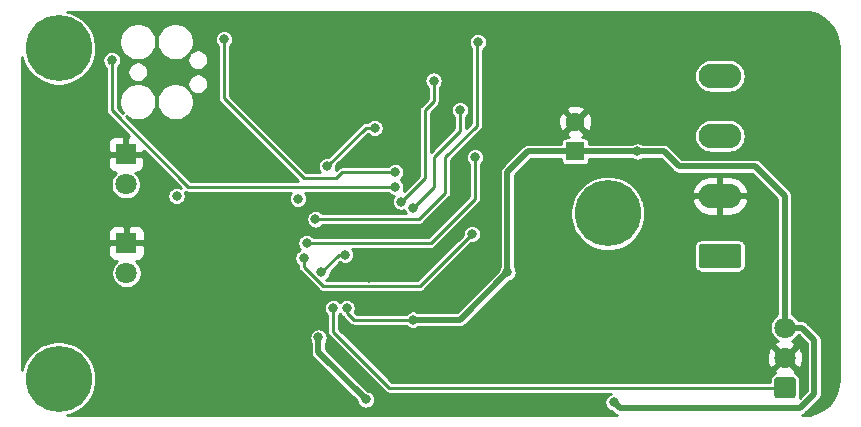
<source format=gbr>
%TF.GenerationSoftware,KiCad,Pcbnew,(5.1.5-0-10_14)*%
%TF.CreationDate,2022-05-02T16:57:52+02:00*%
%TF.ProjectId,PongoIR,506f6e67-6f49-4522-9e6b-696361645f70,rev?*%
%TF.SameCoordinates,Original*%
%TF.FileFunction,Copper,L2,Bot*%
%TF.FilePolarity,Positive*%
%FSLAX46Y46*%
G04 Gerber Fmt 4.6, Leading zero omitted, Abs format (unit mm)*
G04 Created by KiCad (PCBNEW (5.1.5-0-10_14)) date 2022-05-02 16:57:52*
%MOMM*%
%LPD*%
G04 APERTURE LIST*
%TA.AperFunction,ComponentPad*%
%ADD10C,1.600000*%
%TD*%
%TA.AperFunction,ComponentPad*%
%ADD11R,1.600000X1.600000*%
%TD*%
%TA.AperFunction,ComponentPad*%
%ADD12C,5.600000*%
%TD*%
%TA.AperFunction,ComponentPad*%
%ADD13C,1.800000*%
%TD*%
%TA.AperFunction,ComponentPad*%
%ADD14R,1.800000X1.800000*%
%TD*%
%TA.AperFunction,ComponentPad*%
%ADD15C,0.100000*%
%TD*%
%TA.AperFunction,ComponentPad*%
%ADD16O,3.600000X2.080000*%
%TD*%
%TA.AperFunction,ViaPad*%
%ADD17C,0.800000*%
%TD*%
%TA.AperFunction,Conductor*%
%ADD18C,0.508000*%
%TD*%
%TA.AperFunction,Conductor*%
%ADD19C,0.254000*%
%TD*%
%TA.AperFunction,Conductor*%
%ADD20C,0.250000*%
%TD*%
G04 APERTURE END LIST*
D10*
%TO.P,C11,2*%
%TO.N,GND*%
X188500000Y-91750000D03*
D11*
%TO.P,C11,1*%
%TO.N,+3V3*%
X188500000Y-94250000D03*
%TD*%
D12*
%TO.P,H3,1*%
%TO.N,N/C*%
X191250000Y-99500000D03*
%TD*%
%TO.P,H2,1*%
%TO.N,N/C*%
X144750000Y-113500000D03*
%TD*%
%TO.P,H1,1*%
%TO.N,N/C*%
X144750000Y-85500000D03*
%TD*%
D13*
%TO.P,D2,2*%
%TO.N,Net-(D2-Pad2)*%
X150500000Y-104540000D03*
D14*
%TO.P,D2,1*%
%TO.N,GND*%
X150500000Y-102000000D03*
%TD*%
D13*
%TO.P,D1,2*%
%TO.N,Net-(D1-Pad2)*%
X150450000Y-97040000D03*
D14*
%TO.P,D1,1*%
%TO.N,GND*%
X150450000Y-94500000D03*
%TD*%
D13*
%TO.P,U1,3*%
%TO.N,+3V3*%
X206250000Y-109170000D03*
%TO.P,U1,2*%
%TO.N,GND*%
X206250000Y-111710000D03*
%TA.AperFunction,ComponentPad*%
D15*
%TO.P,U1,1*%
%TO.N,Net-(TP1-Pad1)*%
G36*
X206925947Y-113351196D02*
G01*
X206950060Y-113354773D01*
X206973707Y-113360696D01*
X206996659Y-113368908D01*
X207018695Y-113379331D01*
X207039604Y-113391863D01*
X207059183Y-113406384D01*
X207077245Y-113422755D01*
X207093616Y-113440817D01*
X207108137Y-113460396D01*
X207120669Y-113481305D01*
X207131092Y-113503341D01*
X207139304Y-113526293D01*
X207145227Y-113549940D01*
X207148804Y-113574053D01*
X207150000Y-113598400D01*
X207150000Y-114901600D01*
X207148804Y-114925947D01*
X207145227Y-114950060D01*
X207139304Y-114973707D01*
X207131092Y-114996659D01*
X207120669Y-115018695D01*
X207108137Y-115039604D01*
X207093616Y-115059183D01*
X207077245Y-115077245D01*
X207059183Y-115093616D01*
X207039604Y-115108137D01*
X207018695Y-115120669D01*
X206996659Y-115131092D01*
X206973707Y-115139304D01*
X206950060Y-115145227D01*
X206925947Y-115148804D01*
X206901600Y-115150000D01*
X205598400Y-115150000D01*
X205574053Y-115148804D01*
X205549940Y-115145227D01*
X205526293Y-115139304D01*
X205503341Y-115131092D01*
X205481305Y-115120669D01*
X205460396Y-115108137D01*
X205440817Y-115093616D01*
X205422755Y-115077245D01*
X205406384Y-115059183D01*
X205391863Y-115039604D01*
X205379331Y-115018695D01*
X205368908Y-114996659D01*
X205360696Y-114973707D01*
X205354773Y-114950060D01*
X205351196Y-114925947D01*
X205350000Y-114901600D01*
X205350000Y-113598400D01*
X205351196Y-113574053D01*
X205354773Y-113549940D01*
X205360696Y-113526293D01*
X205368908Y-113503341D01*
X205379331Y-113481305D01*
X205391863Y-113460396D01*
X205406384Y-113440817D01*
X205422755Y-113422755D01*
X205440817Y-113406384D01*
X205460396Y-113391863D01*
X205481305Y-113379331D01*
X205503341Y-113368908D01*
X205526293Y-113360696D01*
X205549940Y-113354773D01*
X205574053Y-113351196D01*
X205598400Y-113350000D01*
X206901600Y-113350000D01*
X206925947Y-113351196D01*
G37*
%TD.AperFunction*%
%TD*%
D16*
%TO.P,J1,4*%
%TO.N,RS485_B*%
X200750000Y-87860000D03*
%TO.P,J1,3*%
%TO.N,RS485_A*%
X200750000Y-92940000D03*
%TO.P,J1,2*%
%TO.N,GND*%
X200750000Y-98020000D03*
%TA.AperFunction,ComponentPad*%
D15*
%TO.P,J1,1*%
%TO.N,+24V*%
G36*
X202324506Y-102061204D02*
G01*
X202348774Y-102064804D01*
X202372573Y-102070765D01*
X202395672Y-102079030D01*
X202417850Y-102089519D01*
X202438893Y-102102132D01*
X202458599Y-102116747D01*
X202476777Y-102133223D01*
X202493253Y-102151401D01*
X202507868Y-102171107D01*
X202520481Y-102192150D01*
X202530970Y-102214328D01*
X202539235Y-102237427D01*
X202545196Y-102261226D01*
X202548796Y-102285494D01*
X202550000Y-102309998D01*
X202550000Y-103890002D01*
X202548796Y-103914506D01*
X202545196Y-103938774D01*
X202539235Y-103962573D01*
X202530970Y-103985672D01*
X202520481Y-104007850D01*
X202507868Y-104028893D01*
X202493253Y-104048599D01*
X202476777Y-104066777D01*
X202458599Y-104083253D01*
X202438893Y-104097868D01*
X202417850Y-104110481D01*
X202395672Y-104120970D01*
X202372573Y-104129235D01*
X202348774Y-104135196D01*
X202324506Y-104138796D01*
X202300002Y-104140000D01*
X199199998Y-104140000D01*
X199175494Y-104138796D01*
X199151226Y-104135196D01*
X199127427Y-104129235D01*
X199104328Y-104120970D01*
X199082150Y-104110481D01*
X199061107Y-104097868D01*
X199041401Y-104083253D01*
X199023223Y-104066777D01*
X199006747Y-104048599D01*
X198992132Y-104028893D01*
X198979519Y-104007850D01*
X198969030Y-103985672D01*
X198960765Y-103962573D01*
X198954804Y-103938774D01*
X198951204Y-103914506D01*
X198950000Y-103890002D01*
X198950000Y-102309998D01*
X198951204Y-102285494D01*
X198954804Y-102261226D01*
X198960765Y-102237427D01*
X198969030Y-102214328D01*
X198979519Y-102192150D01*
X198992132Y-102171107D01*
X199006747Y-102151401D01*
X199023223Y-102133223D01*
X199041401Y-102116747D01*
X199061107Y-102102132D01*
X199082150Y-102089519D01*
X199104328Y-102079030D01*
X199127427Y-102070765D01*
X199151226Y-102064804D01*
X199175494Y-102061204D01*
X199199998Y-102060000D01*
X202300002Y-102060000D01*
X202324506Y-102061204D01*
G37*
%TD.AperFunction*%
%TD*%
D17*
%TO.N,+3V3*%
X182750000Y-104500000D03*
X191749992Y-115500000D03*
X171500000Y-92250000D03*
X165000000Y-98250000D03*
X167500000Y-95500000D03*
X154740000Y-98010000D03*
X174749996Y-108500000D03*
X170750000Y-115250000D03*
X169139376Y-107499998D03*
X166750000Y-110000000D03*
X193750000Y-94250000D03*
%TO.N,GND*%
X171000000Y-105000000D03*
X186000000Y-109750000D03*
X157000000Y-95750000D03*
X166250000Y-107500000D03*
X158250000Y-99500000D03*
X178750000Y-95000000D03*
X160250000Y-102000000D03*
X176904409Y-92345591D03*
%TO.N,/SWD_CLK*%
X158750000Y-84750000D03*
X173250000Y-96000000D03*
%TO.N,/SWD_IO*%
X173250000Y-97250000D03*
X149249990Y-86500010D03*
%TO.N,/IR_OUT*%
X165750000Y-102000000D03*
X180000000Y-94750000D03*
%TO.N,Net-(TP1-Pad1)*%
X168000000Y-107500000D03*
%TO.N,/USART_TX*%
X174750000Y-99000000D03*
X178750004Y-90750000D03*
%TO.N,/USART_RX*%
X180250000Y-85000000D03*
X166500000Y-100000000D03*
%TO.N,/USART_DE*%
X176500000Y-88250000D03*
X173750000Y-98500000D03*
%TO.N,/I2C_SCL*%
X167000000Y-104500000D03*
X169000000Y-103000000D03*
%TO.N,/I2C_SDA*%
X165500000Y-103250000D03*
X179750000Y-101250000D03*
%TD*%
D18*
%TO.N,+3V3*%
X182750000Y-104500000D02*
X182750000Y-104500000D01*
X207670000Y-109170000D02*
X206250000Y-109170000D01*
X208750000Y-110250000D02*
X207670000Y-109170000D01*
X208750000Y-114750000D02*
X208750000Y-110250000D01*
X192249992Y-116000000D02*
X207500000Y-116000000D01*
X207500000Y-116000000D02*
X208750000Y-114750000D01*
X191749992Y-115500000D02*
X192249992Y-116000000D01*
D19*
X167500000Y-95500000D02*
X167500000Y-95500000D01*
D18*
X178750000Y-108500000D02*
X174749996Y-108500000D01*
X182750000Y-104500000D02*
X178750000Y-108500000D01*
X184500000Y-94250000D02*
X188500000Y-94250000D01*
X182750000Y-96000000D02*
X184500000Y-94250000D01*
X182750000Y-104500000D02*
X182750000Y-96000000D01*
D19*
X170750000Y-92250000D02*
X171500000Y-92250000D01*
X167500000Y-95500000D02*
X170750000Y-92250000D01*
D18*
X170750000Y-115250000D02*
X166750000Y-111250000D01*
D19*
X169139376Y-107499998D02*
X169139376Y-107889376D01*
X169750000Y-108500000D02*
X174749996Y-108500000D01*
X169139376Y-107889376D02*
X169750000Y-108500000D01*
D18*
X188500000Y-94250000D02*
X193750000Y-94250000D01*
X196000000Y-94250000D02*
X197250000Y-95500000D01*
X197250000Y-95500000D02*
X203750000Y-95500000D01*
X206250000Y-98000000D02*
X206250000Y-109170000D01*
X203750000Y-95500000D02*
X206250000Y-98000000D01*
X166750000Y-111250000D02*
X166750000Y-110000000D01*
X193750000Y-94250000D02*
X196000000Y-94250000D01*
D20*
%TO.N,/SWD_CLK*%
X158750000Y-84750000D02*
X158750000Y-84750000D01*
X158750000Y-89750000D02*
X158750000Y-84750000D01*
X168250000Y-96500000D02*
X165500000Y-96500000D01*
X168750000Y-96000000D02*
X168250000Y-96500000D01*
X165500000Y-96500000D02*
X158750000Y-89750000D01*
X173250000Y-96000000D02*
X168750000Y-96000000D01*
%TO.N,/SWD_IO*%
X149000000Y-86750000D02*
X149000000Y-86750000D01*
X173250000Y-97250000D02*
X155750000Y-97250000D01*
X155750000Y-97250000D02*
X149249990Y-90749990D01*
X149249990Y-90749990D02*
X149249990Y-86500010D01*
%TO.N,/IR_OUT*%
X166500000Y-102000000D02*
X165750000Y-102000000D01*
D19*
X176250000Y-102000000D02*
X180000000Y-98250000D01*
X166500000Y-102000000D02*
X176250000Y-102000000D01*
X180000000Y-98250000D02*
X180000000Y-94750000D01*
D20*
%TO.N,Net-(TP1-Pad1)*%
X206250000Y-114250000D02*
X172750000Y-114250000D01*
X172750000Y-114250000D02*
X168000000Y-109500000D01*
X168000000Y-109500000D02*
X168000000Y-107500000D01*
%TO.N,/USART_TX*%
X178750004Y-92499996D02*
X178750004Y-90750000D01*
X176500000Y-94750000D02*
X178750004Y-92499996D01*
X176500000Y-97250000D02*
X176500000Y-94750000D01*
X174750000Y-99000000D02*
X176500000Y-97250000D01*
D19*
%TO.N,/USART_RX*%
X180177409Y-85072591D02*
X180250000Y-85000000D01*
X180177409Y-87427409D02*
X180177409Y-85072591D01*
D20*
X175250000Y-100000000D02*
X166500000Y-100000000D01*
X177500000Y-94752570D02*
X177500000Y-97750000D01*
X180177409Y-87427409D02*
X180177409Y-92075161D01*
X177500000Y-97750000D02*
X175250000Y-100000000D01*
X180177409Y-92075161D02*
X177500000Y-94752570D01*
D19*
%TO.N,/USART_DE*%
X176500000Y-88250000D02*
X176500000Y-88250000D01*
X176500000Y-90000000D02*
X176500000Y-88250000D01*
X175750000Y-90750000D02*
X176500000Y-90000000D01*
X175750000Y-92750000D02*
X175750000Y-90750000D01*
D20*
X175750000Y-96500000D02*
X173750000Y-98500000D01*
X175750000Y-92750000D02*
X175750000Y-96500000D01*
D19*
%TO.N,/I2C_SCL*%
X168500000Y-103000000D02*
X169000000Y-103000000D01*
X167000000Y-104500000D02*
X168500000Y-103000000D01*
%TO.N,/I2C_SDA*%
X165500000Y-104005514D02*
X167173887Y-105679401D01*
X165500000Y-103250000D02*
X165500000Y-104005514D01*
X175320599Y-105679401D02*
X179750000Y-101250000D01*
X167173887Y-105679401D02*
X175320599Y-105679401D01*
%TD*%
%TO.N,GND*%
G36*
X208350580Y-82466834D02*
G01*
X208928288Y-82641255D01*
X209461118Y-82924566D01*
X209928770Y-83305972D01*
X210313429Y-83770946D01*
X210600450Y-84301781D01*
X210778898Y-84878255D01*
X210843989Y-85497545D01*
X210844000Y-85500837D01*
X210844001Y-113480136D01*
X210783166Y-114100580D01*
X210608745Y-114678290D01*
X210325434Y-115211118D01*
X209944032Y-115678765D01*
X209479057Y-116063427D01*
X208948222Y-116350449D01*
X208371745Y-116528898D01*
X207752455Y-116593989D01*
X207749163Y-116594000D01*
X207729352Y-116594000D01*
X207744180Y-116589502D01*
X207854494Y-116530537D01*
X207951185Y-116451185D01*
X207971074Y-116426950D01*
X209176956Y-115221069D01*
X209201185Y-115201185D01*
X209249307Y-115142548D01*
X209280538Y-115104494D01*
X209339502Y-114994180D01*
X209347000Y-114969463D01*
X209375812Y-114874482D01*
X209385000Y-114781192D01*
X209385000Y-114781181D01*
X209388071Y-114750000D01*
X209385000Y-114718819D01*
X209385000Y-110281189D01*
X209388072Y-110250000D01*
X209384290Y-110211603D01*
X209375812Y-110125518D01*
X209339502Y-110005820D01*
X209280538Y-109895506D01*
X209221069Y-109823043D01*
X209221065Y-109823039D01*
X209201185Y-109798815D01*
X209176960Y-109778934D01*
X208141074Y-108743050D01*
X208121185Y-108718815D01*
X208024494Y-108639463D01*
X207914180Y-108580498D01*
X207794482Y-108544188D01*
X207701192Y-108535000D01*
X207701181Y-108535000D01*
X207670000Y-108531929D01*
X207638819Y-108535000D01*
X207366352Y-108535000D01*
X207245018Y-108353410D01*
X207066590Y-108174982D01*
X206885000Y-108053648D01*
X206885000Y-98031189D01*
X206888072Y-98000000D01*
X206882613Y-97944575D01*
X206875812Y-97875518D01*
X206839502Y-97755820D01*
X206835864Y-97749013D01*
X206780538Y-97645506D01*
X206721068Y-97573043D01*
X206701185Y-97548815D01*
X206676956Y-97528931D01*
X204221074Y-95073050D01*
X204201185Y-95048815D01*
X204104494Y-94969463D01*
X203994180Y-94910498D01*
X203874482Y-94874188D01*
X203781192Y-94865000D01*
X203781181Y-94865000D01*
X203750000Y-94861929D01*
X203718819Y-94865000D01*
X197513025Y-94865000D01*
X196471074Y-93823050D01*
X196451185Y-93798815D01*
X196354494Y-93719463D01*
X196244180Y-93660498D01*
X196124482Y-93624188D01*
X196031192Y-93615000D01*
X196031181Y-93615000D01*
X196000000Y-93611929D01*
X195968819Y-93615000D01*
X194205418Y-93615000D01*
X194119942Y-93557887D01*
X193977809Y-93499013D01*
X193826922Y-93469000D01*
X193673078Y-93469000D01*
X193522191Y-93499013D01*
X193380058Y-93557887D01*
X193294582Y-93615000D01*
X189682843Y-93615000D01*
X189682843Y-93450000D01*
X189675487Y-93375311D01*
X189653701Y-93303492D01*
X189618322Y-93237304D01*
X189570711Y-93179289D01*
X189512696Y-93131678D01*
X189446508Y-93096299D01*
X189374689Y-93074513D01*
X189300000Y-93067157D01*
X189078391Y-93067157D01*
X189116292Y-93053603D01*
X189241514Y-92986671D01*
X189255207Y-92940000D01*
X198562125Y-92940000D01*
X198589561Y-93218565D01*
X198670816Y-93486424D01*
X198802765Y-93733285D01*
X198980340Y-93949660D01*
X199196715Y-94127235D01*
X199443576Y-94259184D01*
X199711435Y-94340439D01*
X199920196Y-94361000D01*
X201579804Y-94361000D01*
X201788565Y-94340439D01*
X202056424Y-94259184D01*
X202303285Y-94127235D01*
X202519660Y-93949660D01*
X202697235Y-93733285D01*
X202829184Y-93486424D01*
X202910439Y-93218565D01*
X202937875Y-92940000D01*
X202910439Y-92661435D01*
X202829184Y-92393576D01*
X202697235Y-92146715D01*
X202519660Y-91930340D01*
X202303285Y-91752765D01*
X202056424Y-91620816D01*
X201788565Y-91539561D01*
X201579804Y-91519000D01*
X199920196Y-91519000D01*
X199711435Y-91539561D01*
X199443576Y-91620816D01*
X199196715Y-91752765D01*
X198980340Y-91930340D01*
X198802765Y-92146715D01*
X198670816Y-92393576D01*
X198589561Y-92661435D01*
X198562125Y-92940000D01*
X189255207Y-92940000D01*
X189313097Y-92742702D01*
X188500000Y-91929605D01*
X187686903Y-92742702D01*
X187758486Y-92986671D01*
X187928585Y-93067157D01*
X187700000Y-93067157D01*
X187625311Y-93074513D01*
X187553492Y-93096299D01*
X187487304Y-93131678D01*
X187429289Y-93179289D01*
X187381678Y-93237304D01*
X187346299Y-93303492D01*
X187324513Y-93375311D01*
X187317157Y-93450000D01*
X187317157Y-93615000D01*
X184531189Y-93615000D01*
X184500000Y-93611928D01*
X184468811Y-93615000D01*
X184468808Y-93615000D01*
X184375518Y-93624188D01*
X184255820Y-93660498D01*
X184145506Y-93719462D01*
X184073043Y-93778931D01*
X184073039Y-93778935D01*
X184048815Y-93798815D01*
X184028934Y-93823040D01*
X182323046Y-95528930D01*
X182298816Y-95548815D01*
X182275487Y-95577242D01*
X182219463Y-95645507D01*
X182160498Y-95755821D01*
X182145451Y-95805425D01*
X182125881Y-95869942D01*
X182124189Y-95875519D01*
X182111929Y-96000000D01*
X182115001Y-96031191D01*
X182115000Y-104044582D01*
X182057887Y-104130058D01*
X181999013Y-104272191D01*
X181978958Y-104373018D01*
X178486976Y-107865000D01*
X175205414Y-107865000D01*
X175119938Y-107807887D01*
X174977805Y-107749013D01*
X174826918Y-107719000D01*
X174673074Y-107719000D01*
X174522187Y-107749013D01*
X174380054Y-107807887D01*
X174252137Y-107893358D01*
X174153495Y-107992000D01*
X169960420Y-107992000D01*
X169833501Y-107865081D01*
X169890363Y-107727807D01*
X169920376Y-107576920D01*
X169920376Y-107423076D01*
X169890363Y-107272189D01*
X169831489Y-107130056D01*
X169746018Y-107002139D01*
X169637235Y-106893356D01*
X169509318Y-106807885D01*
X169367185Y-106749011D01*
X169216298Y-106718998D01*
X169062454Y-106718998D01*
X168911567Y-106749011D01*
X168769434Y-106807885D01*
X168641517Y-106893356D01*
X168569687Y-106965186D01*
X168497859Y-106893358D01*
X168369942Y-106807887D01*
X168227809Y-106749013D01*
X168076922Y-106719000D01*
X167923078Y-106719000D01*
X167772191Y-106749013D01*
X167630058Y-106807887D01*
X167502141Y-106893358D01*
X167393358Y-107002141D01*
X167307887Y-107130058D01*
X167249013Y-107272191D01*
X167219000Y-107423078D01*
X167219000Y-107576922D01*
X167249013Y-107727809D01*
X167307887Y-107869942D01*
X167393358Y-107997859D01*
X167494001Y-108098502D01*
X167494000Y-109475154D01*
X167491553Y-109500000D01*
X167494000Y-109524846D01*
X167494000Y-109524853D01*
X167501322Y-109599192D01*
X167530255Y-109694574D01*
X167577241Y-109782479D01*
X167640473Y-109859527D01*
X167659785Y-109875376D01*
X172374628Y-114590220D01*
X172390473Y-114609527D01*
X172467521Y-114672759D01*
X172555425Y-114719745D01*
X172627721Y-114741675D01*
X172650806Y-114748678D01*
X172654208Y-114749013D01*
X172725146Y-114756000D01*
X172725153Y-114756000D01*
X172749999Y-114758447D01*
X172774845Y-114756000D01*
X191505315Y-114756000D01*
X191380050Y-114807887D01*
X191252133Y-114893358D01*
X191143350Y-115002141D01*
X191057879Y-115130058D01*
X190999005Y-115272191D01*
X190968992Y-115423078D01*
X190968992Y-115576922D01*
X190999005Y-115727809D01*
X191057879Y-115869942D01*
X191143350Y-115997859D01*
X191252133Y-116106642D01*
X191380050Y-116192113D01*
X191522183Y-116250987D01*
X191623009Y-116271042D01*
X191778926Y-116426960D01*
X191798807Y-116451185D01*
X191823031Y-116471065D01*
X191823035Y-116471069D01*
X191895498Y-116530538D01*
X191971899Y-116571375D01*
X192005812Y-116589502D01*
X192020640Y-116594000D01*
X145500676Y-116594000D01*
X145677863Y-116558755D01*
X146256768Y-116318965D01*
X146777769Y-115970844D01*
X147220844Y-115527769D01*
X147568965Y-115006768D01*
X147808755Y-114427863D01*
X147931000Y-113813301D01*
X147931000Y-113186699D01*
X147808755Y-112572137D01*
X147568965Y-111993232D01*
X147220844Y-111472231D01*
X146777769Y-111029156D01*
X146256768Y-110681035D01*
X145677863Y-110441245D01*
X145063301Y-110319000D01*
X144436699Y-110319000D01*
X143822137Y-110441245D01*
X143243232Y-110681035D01*
X142722231Y-111029156D01*
X142279156Y-111472231D01*
X141931035Y-111993232D01*
X141691245Y-112572137D01*
X141656000Y-112749324D01*
X141656000Y-109923078D01*
X165969000Y-109923078D01*
X165969000Y-110076922D01*
X165999013Y-110227809D01*
X166057887Y-110369942D01*
X166115001Y-110455419D01*
X166115000Y-111218818D01*
X166111929Y-111250000D01*
X166115000Y-111281181D01*
X166115000Y-111281191D01*
X166124188Y-111374481D01*
X166160498Y-111494179D01*
X166219463Y-111604493D01*
X166298815Y-111701185D01*
X166323050Y-111721074D01*
X169978958Y-115376982D01*
X169999013Y-115477809D01*
X170057887Y-115619942D01*
X170143358Y-115747859D01*
X170252141Y-115856642D01*
X170380058Y-115942113D01*
X170522191Y-116000987D01*
X170673078Y-116031000D01*
X170826922Y-116031000D01*
X170977809Y-116000987D01*
X171119942Y-115942113D01*
X171247859Y-115856642D01*
X171356642Y-115747859D01*
X171442113Y-115619942D01*
X171500987Y-115477809D01*
X171531000Y-115326922D01*
X171531000Y-115173078D01*
X171500987Y-115022191D01*
X171442113Y-114880058D01*
X171356642Y-114752141D01*
X171247859Y-114643358D01*
X171119942Y-114557887D01*
X170977809Y-114499013D01*
X170876982Y-114478958D01*
X167385000Y-110986976D01*
X167385000Y-110455418D01*
X167442113Y-110369942D01*
X167500987Y-110227809D01*
X167531000Y-110076922D01*
X167531000Y-109923078D01*
X167500987Y-109772191D01*
X167442113Y-109630058D01*
X167356642Y-109502141D01*
X167247859Y-109393358D01*
X167119942Y-109307887D01*
X166977809Y-109249013D01*
X166826922Y-109219000D01*
X166673078Y-109219000D01*
X166522191Y-109249013D01*
X166380058Y-109307887D01*
X166252141Y-109393358D01*
X166143358Y-109502141D01*
X166057887Y-109630058D01*
X165999013Y-109772191D01*
X165969000Y-109923078D01*
X141656000Y-109923078D01*
X141656000Y-102900000D01*
X148961928Y-102900000D01*
X148974188Y-103024482D01*
X149010498Y-103144180D01*
X149069463Y-103254494D01*
X149148815Y-103351185D01*
X149245506Y-103430537D01*
X149355820Y-103489502D01*
X149475518Y-103525812D01*
X149600000Y-103538072D01*
X149694459Y-103537600D01*
X149683410Y-103544982D01*
X149504982Y-103723410D01*
X149364793Y-103933219D01*
X149268228Y-104166346D01*
X149219000Y-104413833D01*
X149219000Y-104666167D01*
X149268228Y-104913654D01*
X149364793Y-105146781D01*
X149504982Y-105356590D01*
X149683410Y-105535018D01*
X149893219Y-105675207D01*
X150126346Y-105771772D01*
X150373833Y-105821000D01*
X150626167Y-105821000D01*
X150873654Y-105771772D01*
X151106781Y-105675207D01*
X151316590Y-105535018D01*
X151495018Y-105356590D01*
X151635207Y-105146781D01*
X151731772Y-104913654D01*
X151781000Y-104666167D01*
X151781000Y-104413833D01*
X151731772Y-104166346D01*
X151635207Y-103933219D01*
X151495018Y-103723410D01*
X151316590Y-103544982D01*
X151305541Y-103537600D01*
X151400000Y-103538072D01*
X151524482Y-103525812D01*
X151644180Y-103489502D01*
X151754494Y-103430537D01*
X151851185Y-103351185D01*
X151930537Y-103254494D01*
X151974055Y-103173078D01*
X164719000Y-103173078D01*
X164719000Y-103326922D01*
X164749013Y-103477809D01*
X164807887Y-103619942D01*
X164893358Y-103747859D01*
X164992001Y-103846502D01*
X164992001Y-103980560D01*
X164989543Y-104005514D01*
X164998474Y-104096188D01*
X164999352Y-104105099D01*
X165011610Y-104145507D01*
X165028400Y-104200857D01*
X165075571Y-104289109D01*
X165115275Y-104337488D01*
X165139053Y-104366462D01*
X165158430Y-104382364D01*
X166797032Y-106020966D01*
X166812939Y-106040349D01*
X166890292Y-106103830D01*
X166978544Y-106151002D01*
X167074302Y-106180050D01*
X167148940Y-106187401D01*
X167148943Y-106187401D01*
X167173887Y-106189858D01*
X167198831Y-106187401D01*
X175295655Y-106187401D01*
X175320599Y-106189858D01*
X175345543Y-106187401D01*
X175345546Y-106187401D01*
X175420184Y-106180050D01*
X175515942Y-106151002D01*
X175604194Y-106103830D01*
X175681547Y-106040349D01*
X175697454Y-106020966D01*
X179687421Y-102031000D01*
X179826922Y-102031000D01*
X179977809Y-102000987D01*
X180119942Y-101942113D01*
X180247859Y-101856642D01*
X180356642Y-101747859D01*
X180442113Y-101619942D01*
X180500987Y-101477809D01*
X180531000Y-101326922D01*
X180531000Y-101173078D01*
X180500987Y-101022191D01*
X180442113Y-100880058D01*
X180356642Y-100752141D01*
X180247859Y-100643358D01*
X180119942Y-100557887D01*
X179977809Y-100499013D01*
X179826922Y-100469000D01*
X179673078Y-100469000D01*
X179522191Y-100499013D01*
X179380058Y-100557887D01*
X179252141Y-100643358D01*
X179143358Y-100752141D01*
X179057887Y-100880058D01*
X178999013Y-101022191D01*
X178969000Y-101173078D01*
X178969000Y-101312579D01*
X175110179Y-105171401D01*
X167400940Y-105171401D01*
X167497859Y-105106642D01*
X167606642Y-104997859D01*
X167692113Y-104869942D01*
X167750987Y-104727809D01*
X167781000Y-104576922D01*
X167781000Y-104437420D01*
X168567864Y-103650557D01*
X168630058Y-103692113D01*
X168772191Y-103750987D01*
X168923078Y-103781000D01*
X169076922Y-103781000D01*
X169227809Y-103750987D01*
X169369942Y-103692113D01*
X169497859Y-103606642D01*
X169606642Y-103497859D01*
X169692113Y-103369942D01*
X169750987Y-103227809D01*
X169781000Y-103076922D01*
X169781000Y-102923078D01*
X169750987Y-102772191D01*
X169692113Y-102630058D01*
X169610557Y-102508000D01*
X176225056Y-102508000D01*
X176250000Y-102510457D01*
X176274944Y-102508000D01*
X176274947Y-102508000D01*
X176349585Y-102500649D01*
X176445343Y-102471601D01*
X176533595Y-102424429D01*
X176610948Y-102360948D01*
X176626855Y-102341565D01*
X180341565Y-98626855D01*
X180360948Y-98610948D01*
X180424429Y-98533595D01*
X180471601Y-98445343D01*
X180500649Y-98349585D01*
X180508000Y-98274947D01*
X180508000Y-98274944D01*
X180510457Y-98250000D01*
X180508000Y-98225056D01*
X180508000Y-95346501D01*
X180606642Y-95247859D01*
X180692113Y-95119942D01*
X180750987Y-94977809D01*
X180781000Y-94826922D01*
X180781000Y-94673078D01*
X180750987Y-94522191D01*
X180692113Y-94380058D01*
X180606642Y-94252141D01*
X180497859Y-94143358D01*
X180369942Y-94057887D01*
X180227809Y-93999013D01*
X180076922Y-93969000D01*
X179923078Y-93969000D01*
X179772191Y-93999013D01*
X179630058Y-94057887D01*
X179502141Y-94143358D01*
X179393358Y-94252141D01*
X179307887Y-94380058D01*
X179249013Y-94522191D01*
X179219000Y-94673078D01*
X179219000Y-94826922D01*
X179249013Y-94977809D01*
X179307887Y-95119942D01*
X179393358Y-95247859D01*
X179492001Y-95346502D01*
X179492000Y-98039580D01*
X176039580Y-101492000D01*
X166475053Y-101492000D01*
X166454746Y-101494000D01*
X166348501Y-101494000D01*
X166247859Y-101393358D01*
X166119942Y-101307887D01*
X165977809Y-101249013D01*
X165826922Y-101219000D01*
X165673078Y-101219000D01*
X165522191Y-101249013D01*
X165380058Y-101307887D01*
X165252141Y-101393358D01*
X165143358Y-101502141D01*
X165057887Y-101630058D01*
X164999013Y-101772191D01*
X164969000Y-101923078D01*
X164969000Y-102076922D01*
X164999013Y-102227809D01*
X165057887Y-102369942D01*
X165143358Y-102497859D01*
X165181909Y-102536410D01*
X165130058Y-102557887D01*
X165002141Y-102643358D01*
X164893358Y-102752141D01*
X164807887Y-102880058D01*
X164749013Y-103022191D01*
X164719000Y-103173078D01*
X151974055Y-103173078D01*
X151989502Y-103144180D01*
X152025812Y-103024482D01*
X152038072Y-102900000D01*
X152035000Y-102285750D01*
X151876250Y-102127000D01*
X150627000Y-102127000D01*
X150627000Y-102147000D01*
X150373000Y-102147000D01*
X150373000Y-102127000D01*
X149123750Y-102127000D01*
X148965000Y-102285750D01*
X148961928Y-102900000D01*
X141656000Y-102900000D01*
X141656000Y-101100000D01*
X148961928Y-101100000D01*
X148965000Y-101714250D01*
X149123750Y-101873000D01*
X150373000Y-101873000D01*
X150373000Y-100623750D01*
X150627000Y-100623750D01*
X150627000Y-101873000D01*
X151876250Y-101873000D01*
X152035000Y-101714250D01*
X152038072Y-101100000D01*
X152025812Y-100975518D01*
X151989502Y-100855820D01*
X151930537Y-100745506D01*
X151851185Y-100648815D01*
X151754494Y-100569463D01*
X151644180Y-100510498D01*
X151524482Y-100474188D01*
X151400000Y-100461928D01*
X150785750Y-100465000D01*
X150627000Y-100623750D01*
X150373000Y-100623750D01*
X150214250Y-100465000D01*
X149600000Y-100461928D01*
X149475518Y-100474188D01*
X149355820Y-100510498D01*
X149245506Y-100569463D01*
X149148815Y-100648815D01*
X149069463Y-100745506D01*
X149010498Y-100855820D01*
X148974188Y-100975518D01*
X148961928Y-101100000D01*
X141656000Y-101100000D01*
X141656000Y-95400000D01*
X148911928Y-95400000D01*
X148924188Y-95524482D01*
X148960498Y-95644180D01*
X149019463Y-95754494D01*
X149098815Y-95851185D01*
X149195506Y-95930537D01*
X149305820Y-95989502D01*
X149425518Y-96025812D01*
X149550000Y-96038072D01*
X149644459Y-96037600D01*
X149633410Y-96044982D01*
X149454982Y-96223410D01*
X149314793Y-96433219D01*
X149218228Y-96666346D01*
X149169000Y-96913833D01*
X149169000Y-97166167D01*
X149218228Y-97413654D01*
X149314793Y-97646781D01*
X149454982Y-97856590D01*
X149633410Y-98035018D01*
X149843219Y-98175207D01*
X150076346Y-98271772D01*
X150323833Y-98321000D01*
X150576167Y-98321000D01*
X150823654Y-98271772D01*
X151056781Y-98175207D01*
X151266590Y-98035018D01*
X151445018Y-97856590D01*
X151585207Y-97646781D01*
X151681772Y-97413654D01*
X151731000Y-97166167D01*
X151731000Y-96913833D01*
X151681772Y-96666346D01*
X151585207Y-96433219D01*
X151445018Y-96223410D01*
X151266590Y-96044982D01*
X151255541Y-96037600D01*
X151350000Y-96038072D01*
X151474482Y-96025812D01*
X151594180Y-95989502D01*
X151704494Y-95930537D01*
X151801185Y-95851185D01*
X151880537Y-95754494D01*
X151939502Y-95644180D01*
X151975812Y-95524482D01*
X151988072Y-95400000D01*
X151985000Y-94785750D01*
X151826250Y-94627000D01*
X150577000Y-94627000D01*
X150577000Y-94647000D01*
X150323000Y-94647000D01*
X150323000Y-94627000D01*
X149073750Y-94627000D01*
X148915000Y-94785750D01*
X148911928Y-95400000D01*
X141656000Y-95400000D01*
X141656000Y-93600000D01*
X148911928Y-93600000D01*
X148915000Y-94214250D01*
X149073750Y-94373000D01*
X150323000Y-94373000D01*
X150323000Y-93123750D01*
X150164250Y-92965000D01*
X149550000Y-92961928D01*
X149425518Y-92974188D01*
X149305820Y-93010498D01*
X149195506Y-93069463D01*
X149098815Y-93148815D01*
X149019463Y-93245506D01*
X148960498Y-93355820D01*
X148924188Y-93475518D01*
X148911928Y-93600000D01*
X141656000Y-93600000D01*
X141656000Y-86250676D01*
X141691245Y-86427863D01*
X141931035Y-87006768D01*
X142279156Y-87527769D01*
X142722231Y-87970844D01*
X143243232Y-88318965D01*
X143822137Y-88558755D01*
X144436699Y-88681000D01*
X145063301Y-88681000D01*
X145677863Y-88558755D01*
X146256768Y-88318965D01*
X146777769Y-87970844D01*
X147220844Y-87527769D01*
X147568965Y-87006768D01*
X147808755Y-86427863D01*
X147809704Y-86423088D01*
X148468990Y-86423088D01*
X148468990Y-86576932D01*
X148495481Y-86710112D01*
X148491552Y-86750000D01*
X148501322Y-86849193D01*
X148530255Y-86944575D01*
X148577241Y-87032479D01*
X148640473Y-87109527D01*
X148717521Y-87172759D01*
X148743991Y-87186908D01*
X148743990Y-90725144D01*
X148741543Y-90749990D01*
X148743990Y-90774836D01*
X148743990Y-90774843D01*
X148751312Y-90849182D01*
X148780245Y-90944564D01*
X148827231Y-91032469D01*
X148890463Y-91109517D01*
X148909775Y-91125366D01*
X150749341Y-92964932D01*
X150735750Y-92965000D01*
X150577000Y-93123750D01*
X150577000Y-94373000D01*
X151826250Y-94373000D01*
X151985000Y-94214250D01*
X151985068Y-94200659D01*
X155096888Y-97312480D01*
X154967809Y-97259013D01*
X154816922Y-97229000D01*
X154663078Y-97229000D01*
X154512191Y-97259013D01*
X154370058Y-97317887D01*
X154242141Y-97403358D01*
X154133358Y-97512141D01*
X154047887Y-97640058D01*
X153989013Y-97782191D01*
X153959000Y-97933078D01*
X153959000Y-98086922D01*
X153989013Y-98237809D01*
X154047887Y-98379942D01*
X154133358Y-98507859D01*
X154242141Y-98616642D01*
X154370058Y-98702113D01*
X154512191Y-98760987D01*
X154663078Y-98791000D01*
X154816922Y-98791000D01*
X154967809Y-98760987D01*
X155109942Y-98702113D01*
X155237859Y-98616642D01*
X155346642Y-98507859D01*
X155432113Y-98379942D01*
X155490987Y-98237809D01*
X155521000Y-98086922D01*
X155521000Y-97933078D01*
X155490987Y-97782191D01*
X155434399Y-97645576D01*
X155467521Y-97672759D01*
X155555425Y-97719745D01*
X155620692Y-97739543D01*
X155650806Y-97748678D01*
X155654208Y-97749013D01*
X155725146Y-97756000D01*
X155725153Y-97756000D01*
X155749999Y-97758447D01*
X155774845Y-97756000D01*
X164390780Y-97756000D01*
X164307887Y-97880058D01*
X164249013Y-98022191D01*
X164219000Y-98173078D01*
X164219000Y-98326922D01*
X164249013Y-98477809D01*
X164307887Y-98619942D01*
X164393358Y-98747859D01*
X164502141Y-98856642D01*
X164630058Y-98942113D01*
X164772191Y-99000987D01*
X164923078Y-99031000D01*
X165076922Y-99031000D01*
X165227809Y-99000987D01*
X165369942Y-98942113D01*
X165497859Y-98856642D01*
X165606642Y-98747859D01*
X165692113Y-98619942D01*
X165750987Y-98477809D01*
X165781000Y-98326922D01*
X165781000Y-98173078D01*
X165750987Y-98022191D01*
X165692113Y-97880058D01*
X165609220Y-97756000D01*
X172651499Y-97756000D01*
X172752141Y-97856642D01*
X172880058Y-97942113D01*
X173022191Y-98000987D01*
X173129824Y-98022396D01*
X173057887Y-98130058D01*
X172999013Y-98272191D01*
X172969000Y-98423078D01*
X172969000Y-98576922D01*
X172999013Y-98727809D01*
X173057887Y-98869942D01*
X173143358Y-98997859D01*
X173252141Y-99106642D01*
X173380058Y-99192113D01*
X173522191Y-99250987D01*
X173673078Y-99281000D01*
X173826922Y-99281000D01*
X173977809Y-99250987D01*
X174004102Y-99240096D01*
X174057887Y-99369942D01*
X174140780Y-99494000D01*
X167098501Y-99494000D01*
X166997859Y-99393358D01*
X166869942Y-99307887D01*
X166727809Y-99249013D01*
X166576922Y-99219000D01*
X166423078Y-99219000D01*
X166272191Y-99249013D01*
X166130058Y-99307887D01*
X166002141Y-99393358D01*
X165893358Y-99502141D01*
X165807887Y-99630058D01*
X165749013Y-99772191D01*
X165719000Y-99923078D01*
X165719000Y-100076922D01*
X165749013Y-100227809D01*
X165807887Y-100369942D01*
X165893358Y-100497859D01*
X166002141Y-100606642D01*
X166130058Y-100692113D01*
X166272191Y-100750987D01*
X166423078Y-100781000D01*
X166576922Y-100781000D01*
X166727809Y-100750987D01*
X166869942Y-100692113D01*
X166997859Y-100606642D01*
X167098501Y-100506000D01*
X175225154Y-100506000D01*
X175250000Y-100508447D01*
X175274846Y-100506000D01*
X175274854Y-100506000D01*
X175349193Y-100498678D01*
X175444575Y-100469745D01*
X175532479Y-100422759D01*
X175609527Y-100359527D01*
X175625376Y-100340215D01*
X177840220Y-98125372D01*
X177859527Y-98109527D01*
X177922759Y-98032479D01*
X177969745Y-97944575D01*
X177998678Y-97849193D01*
X178006000Y-97774854D01*
X178008448Y-97750000D01*
X178006000Y-97725146D01*
X178006000Y-94962161D01*
X180517629Y-92450533D01*
X180536936Y-92434688D01*
X180600168Y-92357640D01*
X180647154Y-92269736D01*
X180676087Y-92174354D01*
X180683409Y-92100015D01*
X180683409Y-92100008D01*
X180685856Y-92075162D01*
X180683409Y-92050316D01*
X180683409Y-91820512D01*
X187059783Y-91820512D01*
X187101213Y-92100130D01*
X187196397Y-92366292D01*
X187263329Y-92491514D01*
X187507298Y-92563097D01*
X188320395Y-91750000D01*
X188679605Y-91750000D01*
X189492702Y-92563097D01*
X189736671Y-92491514D01*
X189857571Y-92236004D01*
X189926300Y-91961816D01*
X189940217Y-91679488D01*
X189898787Y-91399870D01*
X189803603Y-91133708D01*
X189736671Y-91008486D01*
X189492702Y-90936903D01*
X188679605Y-91750000D01*
X188320395Y-91750000D01*
X187507298Y-90936903D01*
X187263329Y-91008486D01*
X187142429Y-91263996D01*
X187073700Y-91538184D01*
X187059783Y-91820512D01*
X180683409Y-91820512D01*
X180683409Y-90757298D01*
X187686903Y-90757298D01*
X188500000Y-91570395D01*
X189313097Y-90757298D01*
X189241514Y-90513329D01*
X188986004Y-90392429D01*
X188711816Y-90323700D01*
X188429488Y-90309783D01*
X188149870Y-90351213D01*
X187883708Y-90446397D01*
X187758486Y-90513329D01*
X187686903Y-90757298D01*
X180683409Y-90757298D01*
X180683409Y-87860000D01*
X198562125Y-87860000D01*
X198589561Y-88138565D01*
X198670816Y-88406424D01*
X198802765Y-88653285D01*
X198980340Y-88869660D01*
X199196715Y-89047235D01*
X199443576Y-89179184D01*
X199711435Y-89260439D01*
X199920196Y-89281000D01*
X201579804Y-89281000D01*
X201788565Y-89260439D01*
X202056424Y-89179184D01*
X202303285Y-89047235D01*
X202519660Y-88869660D01*
X202697235Y-88653285D01*
X202829184Y-88406424D01*
X202910439Y-88138565D01*
X202937875Y-87860000D01*
X202910439Y-87581435D01*
X202829184Y-87313576D01*
X202697235Y-87066715D01*
X202519660Y-86850340D01*
X202303285Y-86672765D01*
X202056424Y-86540816D01*
X201788565Y-86459561D01*
X201579804Y-86439000D01*
X199920196Y-86439000D01*
X199711435Y-86459561D01*
X199443576Y-86540816D01*
X199196715Y-86672765D01*
X198980340Y-86850340D01*
X198802765Y-87066715D01*
X198670816Y-87313576D01*
X198589561Y-87581435D01*
X198562125Y-87860000D01*
X180683409Y-87860000D01*
X180683409Y-87472663D01*
X180685409Y-87452356D01*
X180685409Y-85648370D01*
X180747859Y-85606642D01*
X180856642Y-85497859D01*
X180942113Y-85369942D01*
X181000987Y-85227809D01*
X181031000Y-85076922D01*
X181031000Y-84923078D01*
X181000987Y-84772191D01*
X180942113Y-84630058D01*
X180856642Y-84502141D01*
X180747859Y-84393358D01*
X180619942Y-84307887D01*
X180477809Y-84249013D01*
X180326922Y-84219000D01*
X180173078Y-84219000D01*
X180022191Y-84249013D01*
X179880058Y-84307887D01*
X179752141Y-84393358D01*
X179643358Y-84502141D01*
X179557887Y-84630058D01*
X179499013Y-84772191D01*
X179469000Y-84923078D01*
X179469000Y-85076922D01*
X179499013Y-85227809D01*
X179557887Y-85369942D01*
X179643358Y-85497859D01*
X179669410Y-85523911D01*
X179669409Y-87452355D01*
X179671409Y-87472662D01*
X179671410Y-91865568D01*
X179256004Y-92280974D01*
X179256004Y-91348501D01*
X179356646Y-91247859D01*
X179442117Y-91119942D01*
X179500991Y-90977809D01*
X179531004Y-90826922D01*
X179531004Y-90673078D01*
X179500991Y-90522191D01*
X179442117Y-90380058D01*
X179356646Y-90252141D01*
X179247863Y-90143358D01*
X179119946Y-90057887D01*
X178977813Y-89999013D01*
X178826926Y-89969000D01*
X178673082Y-89969000D01*
X178522195Y-89999013D01*
X178380062Y-90057887D01*
X178252145Y-90143358D01*
X178143362Y-90252141D01*
X178057891Y-90380058D01*
X177999017Y-90522191D01*
X177969004Y-90673078D01*
X177969004Y-90826922D01*
X177999017Y-90977809D01*
X178057891Y-91119942D01*
X178143362Y-91247859D01*
X178244005Y-91348502D01*
X178244004Y-92290404D01*
X176256000Y-94278409D01*
X176256000Y-92795254D01*
X176258000Y-92774947D01*
X176258000Y-90960420D01*
X176841570Y-90376850D01*
X176860948Y-90360948D01*
X176891516Y-90323700D01*
X176924429Y-90283596D01*
X176971600Y-90195345D01*
X176971863Y-90194479D01*
X177000649Y-90099585D01*
X177008000Y-90024947D01*
X177008000Y-90024945D01*
X177010457Y-90000001D01*
X177008000Y-89975057D01*
X177008000Y-88846501D01*
X177106642Y-88747859D01*
X177192113Y-88619942D01*
X177250987Y-88477809D01*
X177281000Y-88326922D01*
X177281000Y-88173078D01*
X177250987Y-88022191D01*
X177192113Y-87880058D01*
X177106642Y-87752141D01*
X176997859Y-87643358D01*
X176869942Y-87557887D01*
X176727809Y-87499013D01*
X176576922Y-87469000D01*
X176423078Y-87469000D01*
X176272191Y-87499013D01*
X176130058Y-87557887D01*
X176002141Y-87643358D01*
X175893358Y-87752141D01*
X175807887Y-87880058D01*
X175749013Y-88022191D01*
X175719000Y-88173078D01*
X175719000Y-88326922D01*
X175749013Y-88477809D01*
X175807887Y-88619942D01*
X175893358Y-88747859D01*
X175992001Y-88846502D01*
X175992000Y-89789579D01*
X175408430Y-90373150D01*
X175389053Y-90389052D01*
X175373151Y-90408429D01*
X175373150Y-90408430D01*
X175325571Y-90466405D01*
X175278400Y-90554657D01*
X175249352Y-90650416D01*
X175239543Y-90750000D01*
X175242001Y-90774954D01*
X175242000Y-92774946D01*
X175244000Y-92795253D01*
X175244001Y-96290407D01*
X173961662Y-97572747D01*
X174000987Y-97477809D01*
X174031000Y-97326922D01*
X174031000Y-97173078D01*
X174000987Y-97022191D01*
X173942113Y-96880058D01*
X173856642Y-96752141D01*
X173747859Y-96643358D01*
X173720384Y-96625000D01*
X173747859Y-96606642D01*
X173856642Y-96497859D01*
X173942113Y-96369942D01*
X174000987Y-96227809D01*
X174031000Y-96076922D01*
X174031000Y-95923078D01*
X174000987Y-95772191D01*
X173942113Y-95630058D01*
X173856642Y-95502141D01*
X173747859Y-95393358D01*
X173619942Y-95307887D01*
X173477809Y-95249013D01*
X173326922Y-95219000D01*
X173173078Y-95219000D01*
X173022191Y-95249013D01*
X172880058Y-95307887D01*
X172752141Y-95393358D01*
X172651499Y-95494000D01*
X168774854Y-95494000D01*
X168750000Y-95491552D01*
X168725146Y-95494000D01*
X168650807Y-95501322D01*
X168555425Y-95530255D01*
X168467521Y-95577241D01*
X168390473Y-95640473D01*
X168374628Y-95659780D01*
X168211662Y-95822746D01*
X168250987Y-95727809D01*
X168281000Y-95576922D01*
X168281000Y-95437420D01*
X170931960Y-92786461D01*
X171002141Y-92856642D01*
X171130058Y-92942113D01*
X171272191Y-93000987D01*
X171423078Y-93031000D01*
X171576922Y-93031000D01*
X171727809Y-93000987D01*
X171869942Y-92942113D01*
X171997859Y-92856642D01*
X172106642Y-92747859D01*
X172192113Y-92619942D01*
X172250987Y-92477809D01*
X172281000Y-92326922D01*
X172281000Y-92173078D01*
X172250987Y-92022191D01*
X172192113Y-91880058D01*
X172106642Y-91752141D01*
X171997859Y-91643358D01*
X171869942Y-91557887D01*
X171727809Y-91499013D01*
X171576922Y-91469000D01*
X171423078Y-91469000D01*
X171272191Y-91499013D01*
X171130058Y-91557887D01*
X171002141Y-91643358D01*
X170903499Y-91742000D01*
X170774943Y-91742000D01*
X170749999Y-91739543D01*
X170725055Y-91742000D01*
X170725053Y-91742000D01*
X170650415Y-91749351D01*
X170554657Y-91778399D01*
X170527934Y-91792683D01*
X170466404Y-91825571D01*
X170411810Y-91870376D01*
X170389052Y-91889052D01*
X170373150Y-91908429D01*
X167562580Y-94719000D01*
X167423078Y-94719000D01*
X167272191Y-94749013D01*
X167130058Y-94807887D01*
X167002141Y-94893358D01*
X166893358Y-95002141D01*
X166807887Y-95130058D01*
X166749013Y-95272191D01*
X166719000Y-95423078D01*
X166719000Y-95576922D01*
X166749013Y-95727809D01*
X166807887Y-95869942D01*
X166890780Y-95994000D01*
X165709592Y-95994000D01*
X159256000Y-89540409D01*
X159256000Y-85348501D01*
X159356642Y-85247859D01*
X159442113Y-85119942D01*
X159500987Y-84977809D01*
X159531000Y-84826922D01*
X159531000Y-84673078D01*
X159500987Y-84522191D01*
X159442113Y-84380058D01*
X159356642Y-84252141D01*
X159247859Y-84143358D01*
X159119942Y-84057887D01*
X158977809Y-83999013D01*
X158826922Y-83969000D01*
X158673078Y-83969000D01*
X158522191Y-83999013D01*
X158380058Y-84057887D01*
X158252141Y-84143358D01*
X158143358Y-84252141D01*
X158057887Y-84380058D01*
X157999013Y-84522191D01*
X157969000Y-84673078D01*
X157969000Y-84826922D01*
X157999013Y-84977809D01*
X158057887Y-85119942D01*
X158143358Y-85247859D01*
X158244001Y-85348502D01*
X158244000Y-89725154D01*
X158241553Y-89750000D01*
X158244000Y-89774846D01*
X158244000Y-89774853D01*
X158251322Y-89849192D01*
X158280255Y-89944574D01*
X158327241Y-90032479D01*
X158390473Y-90109527D01*
X158409785Y-90125376D01*
X165028408Y-96744000D01*
X155959592Y-96744000D01*
X150501504Y-91285912D01*
X150717060Y-91429942D01*
X151002500Y-91548175D01*
X151305521Y-91608450D01*
X151614479Y-91608450D01*
X151917500Y-91548175D01*
X152202940Y-91429942D01*
X152459829Y-91258295D01*
X152678295Y-91039829D01*
X152849942Y-90782940D01*
X152968175Y-90497500D01*
X153028450Y-90194479D01*
X153028450Y-89885521D01*
X153066550Y-89885521D01*
X153066550Y-90194479D01*
X153126825Y-90497500D01*
X153245058Y-90782940D01*
X153416705Y-91039829D01*
X153635171Y-91258295D01*
X153892060Y-91429942D01*
X154177500Y-91548175D01*
X154480521Y-91608450D01*
X154789479Y-91608450D01*
X155092500Y-91548175D01*
X155377940Y-91429942D01*
X155634829Y-91258295D01*
X155853295Y-91039829D01*
X156024942Y-90782940D01*
X156143175Y-90497500D01*
X156203450Y-90194479D01*
X156203450Y-89885521D01*
X156143175Y-89582500D01*
X156024942Y-89297060D01*
X155910482Y-89125758D01*
X155981391Y-89196667D01*
X156124916Y-89292567D01*
X156284393Y-89358624D01*
X156453692Y-89392300D01*
X156626308Y-89392300D01*
X156795607Y-89358624D01*
X156955084Y-89292567D01*
X157098609Y-89196667D01*
X157220667Y-89074609D01*
X157316567Y-88931084D01*
X157382624Y-88771607D01*
X157416300Y-88602308D01*
X157416300Y-88429692D01*
X157382624Y-88260393D01*
X157316567Y-88100916D01*
X157220667Y-87957391D01*
X157098609Y-87835333D01*
X156955084Y-87739433D01*
X156795607Y-87673376D01*
X156626308Y-87639700D01*
X156453692Y-87639700D01*
X156284393Y-87673376D01*
X156124916Y-87739433D01*
X155981391Y-87835333D01*
X155859333Y-87957391D01*
X155763433Y-88100916D01*
X155697376Y-88260393D01*
X155663700Y-88429692D01*
X155663700Y-88602308D01*
X155697376Y-88771607D01*
X155763433Y-88931084D01*
X155802145Y-88989021D01*
X155634829Y-88821705D01*
X155377940Y-88650058D01*
X155092500Y-88531825D01*
X154789479Y-88471550D01*
X154480521Y-88471550D01*
X154177500Y-88531825D01*
X153892060Y-88650058D01*
X153635171Y-88821705D01*
X153416705Y-89040171D01*
X153245058Y-89297060D01*
X153126825Y-89582500D01*
X153066550Y-89885521D01*
X153028450Y-89885521D01*
X152968175Y-89582500D01*
X152849942Y-89297060D01*
X152678295Y-89040171D01*
X152459829Y-88821705D01*
X152202940Y-88650058D01*
X151917500Y-88531825D01*
X151614479Y-88471550D01*
X151305521Y-88471550D01*
X151002500Y-88531825D01*
X150717060Y-88650058D01*
X150460171Y-88821705D01*
X150241705Y-89040171D01*
X150070058Y-89297060D01*
X149951825Y-89582500D01*
X149891550Y-89885521D01*
X149891550Y-90194479D01*
X149951825Y-90497500D01*
X150070058Y-90782940D01*
X150214088Y-90998497D01*
X149755990Y-90540399D01*
X149755990Y-87413692D01*
X150583700Y-87413692D01*
X150583700Y-87586308D01*
X150617376Y-87755607D01*
X150683433Y-87915084D01*
X150779333Y-88058609D01*
X150901391Y-88180667D01*
X151044916Y-88276567D01*
X151204393Y-88342624D01*
X151373692Y-88376300D01*
X151546308Y-88376300D01*
X151715607Y-88342624D01*
X151875084Y-88276567D01*
X152018609Y-88180667D01*
X152140667Y-88058609D01*
X152236567Y-87915084D01*
X152302624Y-87755607D01*
X152336300Y-87586308D01*
X152336300Y-87413692D01*
X152302624Y-87244393D01*
X152236567Y-87084916D01*
X152140667Y-86941391D01*
X152018609Y-86819333D01*
X151875084Y-86723433D01*
X151715607Y-86657376D01*
X151546308Y-86623700D01*
X151373692Y-86623700D01*
X151204393Y-86657376D01*
X151044916Y-86723433D01*
X150901391Y-86819333D01*
X150779333Y-86941391D01*
X150683433Y-87084916D01*
X150617376Y-87244393D01*
X150583700Y-87413692D01*
X149755990Y-87413692D01*
X149755990Y-87098511D01*
X149856632Y-86997869D01*
X149942103Y-86869952D01*
X150000977Y-86727819D01*
X150030990Y-86576932D01*
X150030990Y-86423088D01*
X150000977Y-86272201D01*
X149942103Y-86130068D01*
X149856632Y-86002151D01*
X149747849Y-85893368D01*
X149619932Y-85807897D01*
X149477799Y-85749023D01*
X149326912Y-85719010D01*
X149173068Y-85719010D01*
X149022181Y-85749023D01*
X148880048Y-85807897D01*
X148752131Y-85893368D01*
X148643348Y-86002151D01*
X148557877Y-86130068D01*
X148499003Y-86272201D01*
X148468990Y-86423088D01*
X147809704Y-86423088D01*
X147931000Y-85813301D01*
X147931000Y-85186699D01*
X147855179Y-84805521D01*
X149891550Y-84805521D01*
X149891550Y-85114479D01*
X149951825Y-85417500D01*
X150070058Y-85702940D01*
X150241705Y-85959829D01*
X150460171Y-86178295D01*
X150717060Y-86349942D01*
X151002500Y-86468175D01*
X151305521Y-86528450D01*
X151614479Y-86528450D01*
X151917500Y-86468175D01*
X152202940Y-86349942D01*
X152459829Y-86178295D01*
X152678295Y-85959829D01*
X152849942Y-85702940D01*
X152968175Y-85417500D01*
X153028450Y-85114479D01*
X153028450Y-84805521D01*
X153066550Y-84805521D01*
X153066550Y-85114479D01*
X153126825Y-85417500D01*
X153245058Y-85702940D01*
X153416705Y-85959829D01*
X153635171Y-86178295D01*
X153892060Y-86349942D01*
X154177500Y-86468175D01*
X154480521Y-86528450D01*
X154789479Y-86528450D01*
X155092500Y-86468175D01*
X155377940Y-86349942D01*
X155634829Y-86178295D01*
X155802145Y-86010979D01*
X155763433Y-86068916D01*
X155697376Y-86228393D01*
X155663700Y-86397692D01*
X155663700Y-86570308D01*
X155697376Y-86739607D01*
X155763433Y-86899084D01*
X155859333Y-87042609D01*
X155981391Y-87164667D01*
X156124916Y-87260567D01*
X156284393Y-87326624D01*
X156453692Y-87360300D01*
X156626308Y-87360300D01*
X156795607Y-87326624D01*
X156955084Y-87260567D01*
X157098609Y-87164667D01*
X157220667Y-87042609D01*
X157316567Y-86899084D01*
X157382624Y-86739607D01*
X157416300Y-86570308D01*
X157416300Y-86397692D01*
X157382624Y-86228393D01*
X157316567Y-86068916D01*
X157220667Y-85925391D01*
X157098609Y-85803333D01*
X156955084Y-85707433D01*
X156795607Y-85641376D01*
X156626308Y-85607700D01*
X156453692Y-85607700D01*
X156284393Y-85641376D01*
X156124916Y-85707433D01*
X155981391Y-85803333D01*
X155910482Y-85874242D01*
X156024942Y-85702940D01*
X156143175Y-85417500D01*
X156203450Y-85114479D01*
X156203450Y-84805521D01*
X156143175Y-84502500D01*
X156024942Y-84217060D01*
X155853295Y-83960171D01*
X155634829Y-83741705D01*
X155377940Y-83570058D01*
X155092500Y-83451825D01*
X154789479Y-83391550D01*
X154480521Y-83391550D01*
X154177500Y-83451825D01*
X153892060Y-83570058D01*
X153635171Y-83741705D01*
X153416705Y-83960171D01*
X153245058Y-84217060D01*
X153126825Y-84502500D01*
X153066550Y-84805521D01*
X153028450Y-84805521D01*
X152968175Y-84502500D01*
X152849942Y-84217060D01*
X152678295Y-83960171D01*
X152459829Y-83741705D01*
X152202940Y-83570058D01*
X151917500Y-83451825D01*
X151614479Y-83391550D01*
X151305521Y-83391550D01*
X151002500Y-83451825D01*
X150717060Y-83570058D01*
X150460171Y-83741705D01*
X150241705Y-83960171D01*
X150070058Y-84217060D01*
X149951825Y-84502500D01*
X149891550Y-84805521D01*
X147855179Y-84805521D01*
X147808755Y-84572137D01*
X147568965Y-83993232D01*
X147220844Y-83472231D01*
X146777769Y-83029156D01*
X146256768Y-82681035D01*
X145677863Y-82441245D01*
X145500676Y-82406000D01*
X207730146Y-82406000D01*
X208350580Y-82466834D01*
G37*
X208350580Y-82466834D02*
X208928288Y-82641255D01*
X209461118Y-82924566D01*
X209928770Y-83305972D01*
X210313429Y-83770946D01*
X210600450Y-84301781D01*
X210778898Y-84878255D01*
X210843989Y-85497545D01*
X210844000Y-85500837D01*
X210844001Y-113480136D01*
X210783166Y-114100580D01*
X210608745Y-114678290D01*
X210325434Y-115211118D01*
X209944032Y-115678765D01*
X209479057Y-116063427D01*
X208948222Y-116350449D01*
X208371745Y-116528898D01*
X207752455Y-116593989D01*
X207749163Y-116594000D01*
X207729352Y-116594000D01*
X207744180Y-116589502D01*
X207854494Y-116530537D01*
X207951185Y-116451185D01*
X207971074Y-116426950D01*
X209176956Y-115221069D01*
X209201185Y-115201185D01*
X209249307Y-115142548D01*
X209280538Y-115104494D01*
X209339502Y-114994180D01*
X209347000Y-114969463D01*
X209375812Y-114874482D01*
X209385000Y-114781192D01*
X209385000Y-114781181D01*
X209388071Y-114750000D01*
X209385000Y-114718819D01*
X209385000Y-110281189D01*
X209388072Y-110250000D01*
X209384290Y-110211603D01*
X209375812Y-110125518D01*
X209339502Y-110005820D01*
X209280538Y-109895506D01*
X209221069Y-109823043D01*
X209221065Y-109823039D01*
X209201185Y-109798815D01*
X209176960Y-109778934D01*
X208141074Y-108743050D01*
X208121185Y-108718815D01*
X208024494Y-108639463D01*
X207914180Y-108580498D01*
X207794482Y-108544188D01*
X207701192Y-108535000D01*
X207701181Y-108535000D01*
X207670000Y-108531929D01*
X207638819Y-108535000D01*
X207366352Y-108535000D01*
X207245018Y-108353410D01*
X207066590Y-108174982D01*
X206885000Y-108053648D01*
X206885000Y-98031189D01*
X206888072Y-98000000D01*
X206882613Y-97944575D01*
X206875812Y-97875518D01*
X206839502Y-97755820D01*
X206835864Y-97749013D01*
X206780538Y-97645506D01*
X206721068Y-97573043D01*
X206701185Y-97548815D01*
X206676956Y-97528931D01*
X204221074Y-95073050D01*
X204201185Y-95048815D01*
X204104494Y-94969463D01*
X203994180Y-94910498D01*
X203874482Y-94874188D01*
X203781192Y-94865000D01*
X203781181Y-94865000D01*
X203750000Y-94861929D01*
X203718819Y-94865000D01*
X197513025Y-94865000D01*
X196471074Y-93823050D01*
X196451185Y-93798815D01*
X196354494Y-93719463D01*
X196244180Y-93660498D01*
X196124482Y-93624188D01*
X196031192Y-93615000D01*
X196031181Y-93615000D01*
X196000000Y-93611929D01*
X195968819Y-93615000D01*
X194205418Y-93615000D01*
X194119942Y-93557887D01*
X193977809Y-93499013D01*
X193826922Y-93469000D01*
X193673078Y-93469000D01*
X193522191Y-93499013D01*
X193380058Y-93557887D01*
X193294582Y-93615000D01*
X189682843Y-93615000D01*
X189682843Y-93450000D01*
X189675487Y-93375311D01*
X189653701Y-93303492D01*
X189618322Y-93237304D01*
X189570711Y-93179289D01*
X189512696Y-93131678D01*
X189446508Y-93096299D01*
X189374689Y-93074513D01*
X189300000Y-93067157D01*
X189078391Y-93067157D01*
X189116292Y-93053603D01*
X189241514Y-92986671D01*
X189255207Y-92940000D01*
X198562125Y-92940000D01*
X198589561Y-93218565D01*
X198670816Y-93486424D01*
X198802765Y-93733285D01*
X198980340Y-93949660D01*
X199196715Y-94127235D01*
X199443576Y-94259184D01*
X199711435Y-94340439D01*
X199920196Y-94361000D01*
X201579804Y-94361000D01*
X201788565Y-94340439D01*
X202056424Y-94259184D01*
X202303285Y-94127235D01*
X202519660Y-93949660D01*
X202697235Y-93733285D01*
X202829184Y-93486424D01*
X202910439Y-93218565D01*
X202937875Y-92940000D01*
X202910439Y-92661435D01*
X202829184Y-92393576D01*
X202697235Y-92146715D01*
X202519660Y-91930340D01*
X202303285Y-91752765D01*
X202056424Y-91620816D01*
X201788565Y-91539561D01*
X201579804Y-91519000D01*
X199920196Y-91519000D01*
X199711435Y-91539561D01*
X199443576Y-91620816D01*
X199196715Y-91752765D01*
X198980340Y-91930340D01*
X198802765Y-92146715D01*
X198670816Y-92393576D01*
X198589561Y-92661435D01*
X198562125Y-92940000D01*
X189255207Y-92940000D01*
X189313097Y-92742702D01*
X188500000Y-91929605D01*
X187686903Y-92742702D01*
X187758486Y-92986671D01*
X187928585Y-93067157D01*
X187700000Y-93067157D01*
X187625311Y-93074513D01*
X187553492Y-93096299D01*
X187487304Y-93131678D01*
X187429289Y-93179289D01*
X187381678Y-93237304D01*
X187346299Y-93303492D01*
X187324513Y-93375311D01*
X187317157Y-93450000D01*
X187317157Y-93615000D01*
X184531189Y-93615000D01*
X184500000Y-93611928D01*
X184468811Y-93615000D01*
X184468808Y-93615000D01*
X184375518Y-93624188D01*
X184255820Y-93660498D01*
X184145506Y-93719462D01*
X184073043Y-93778931D01*
X184073039Y-93778935D01*
X184048815Y-93798815D01*
X184028934Y-93823040D01*
X182323046Y-95528930D01*
X182298816Y-95548815D01*
X182275487Y-95577242D01*
X182219463Y-95645507D01*
X182160498Y-95755821D01*
X182145451Y-95805425D01*
X182125881Y-95869942D01*
X182124189Y-95875519D01*
X182111929Y-96000000D01*
X182115001Y-96031191D01*
X182115000Y-104044582D01*
X182057887Y-104130058D01*
X181999013Y-104272191D01*
X181978958Y-104373018D01*
X178486976Y-107865000D01*
X175205414Y-107865000D01*
X175119938Y-107807887D01*
X174977805Y-107749013D01*
X174826918Y-107719000D01*
X174673074Y-107719000D01*
X174522187Y-107749013D01*
X174380054Y-107807887D01*
X174252137Y-107893358D01*
X174153495Y-107992000D01*
X169960420Y-107992000D01*
X169833501Y-107865081D01*
X169890363Y-107727807D01*
X169920376Y-107576920D01*
X169920376Y-107423076D01*
X169890363Y-107272189D01*
X169831489Y-107130056D01*
X169746018Y-107002139D01*
X169637235Y-106893356D01*
X169509318Y-106807885D01*
X169367185Y-106749011D01*
X169216298Y-106718998D01*
X169062454Y-106718998D01*
X168911567Y-106749011D01*
X168769434Y-106807885D01*
X168641517Y-106893356D01*
X168569687Y-106965186D01*
X168497859Y-106893358D01*
X168369942Y-106807887D01*
X168227809Y-106749013D01*
X168076922Y-106719000D01*
X167923078Y-106719000D01*
X167772191Y-106749013D01*
X167630058Y-106807887D01*
X167502141Y-106893358D01*
X167393358Y-107002141D01*
X167307887Y-107130058D01*
X167249013Y-107272191D01*
X167219000Y-107423078D01*
X167219000Y-107576922D01*
X167249013Y-107727809D01*
X167307887Y-107869942D01*
X167393358Y-107997859D01*
X167494001Y-108098502D01*
X167494000Y-109475154D01*
X167491553Y-109500000D01*
X167494000Y-109524846D01*
X167494000Y-109524853D01*
X167501322Y-109599192D01*
X167530255Y-109694574D01*
X167577241Y-109782479D01*
X167640473Y-109859527D01*
X167659785Y-109875376D01*
X172374628Y-114590220D01*
X172390473Y-114609527D01*
X172467521Y-114672759D01*
X172555425Y-114719745D01*
X172627721Y-114741675D01*
X172650806Y-114748678D01*
X172654208Y-114749013D01*
X172725146Y-114756000D01*
X172725153Y-114756000D01*
X172749999Y-114758447D01*
X172774845Y-114756000D01*
X191505315Y-114756000D01*
X191380050Y-114807887D01*
X191252133Y-114893358D01*
X191143350Y-115002141D01*
X191057879Y-115130058D01*
X190999005Y-115272191D01*
X190968992Y-115423078D01*
X190968992Y-115576922D01*
X190999005Y-115727809D01*
X191057879Y-115869942D01*
X191143350Y-115997859D01*
X191252133Y-116106642D01*
X191380050Y-116192113D01*
X191522183Y-116250987D01*
X191623009Y-116271042D01*
X191778926Y-116426960D01*
X191798807Y-116451185D01*
X191823031Y-116471065D01*
X191823035Y-116471069D01*
X191895498Y-116530538D01*
X191971899Y-116571375D01*
X192005812Y-116589502D01*
X192020640Y-116594000D01*
X145500676Y-116594000D01*
X145677863Y-116558755D01*
X146256768Y-116318965D01*
X146777769Y-115970844D01*
X147220844Y-115527769D01*
X147568965Y-115006768D01*
X147808755Y-114427863D01*
X147931000Y-113813301D01*
X147931000Y-113186699D01*
X147808755Y-112572137D01*
X147568965Y-111993232D01*
X147220844Y-111472231D01*
X146777769Y-111029156D01*
X146256768Y-110681035D01*
X145677863Y-110441245D01*
X145063301Y-110319000D01*
X144436699Y-110319000D01*
X143822137Y-110441245D01*
X143243232Y-110681035D01*
X142722231Y-111029156D01*
X142279156Y-111472231D01*
X141931035Y-111993232D01*
X141691245Y-112572137D01*
X141656000Y-112749324D01*
X141656000Y-109923078D01*
X165969000Y-109923078D01*
X165969000Y-110076922D01*
X165999013Y-110227809D01*
X166057887Y-110369942D01*
X166115001Y-110455419D01*
X166115000Y-111218818D01*
X166111929Y-111250000D01*
X166115000Y-111281181D01*
X166115000Y-111281191D01*
X166124188Y-111374481D01*
X166160498Y-111494179D01*
X166219463Y-111604493D01*
X166298815Y-111701185D01*
X166323050Y-111721074D01*
X169978958Y-115376982D01*
X169999013Y-115477809D01*
X170057887Y-115619942D01*
X170143358Y-115747859D01*
X170252141Y-115856642D01*
X170380058Y-115942113D01*
X170522191Y-116000987D01*
X170673078Y-116031000D01*
X170826922Y-116031000D01*
X170977809Y-116000987D01*
X171119942Y-115942113D01*
X171247859Y-115856642D01*
X171356642Y-115747859D01*
X171442113Y-115619942D01*
X171500987Y-115477809D01*
X171531000Y-115326922D01*
X171531000Y-115173078D01*
X171500987Y-115022191D01*
X171442113Y-114880058D01*
X171356642Y-114752141D01*
X171247859Y-114643358D01*
X171119942Y-114557887D01*
X170977809Y-114499013D01*
X170876982Y-114478958D01*
X167385000Y-110986976D01*
X167385000Y-110455418D01*
X167442113Y-110369942D01*
X167500987Y-110227809D01*
X167531000Y-110076922D01*
X167531000Y-109923078D01*
X167500987Y-109772191D01*
X167442113Y-109630058D01*
X167356642Y-109502141D01*
X167247859Y-109393358D01*
X167119942Y-109307887D01*
X166977809Y-109249013D01*
X166826922Y-109219000D01*
X166673078Y-109219000D01*
X166522191Y-109249013D01*
X166380058Y-109307887D01*
X166252141Y-109393358D01*
X166143358Y-109502141D01*
X166057887Y-109630058D01*
X165999013Y-109772191D01*
X165969000Y-109923078D01*
X141656000Y-109923078D01*
X141656000Y-102900000D01*
X148961928Y-102900000D01*
X148974188Y-103024482D01*
X149010498Y-103144180D01*
X149069463Y-103254494D01*
X149148815Y-103351185D01*
X149245506Y-103430537D01*
X149355820Y-103489502D01*
X149475518Y-103525812D01*
X149600000Y-103538072D01*
X149694459Y-103537600D01*
X149683410Y-103544982D01*
X149504982Y-103723410D01*
X149364793Y-103933219D01*
X149268228Y-104166346D01*
X149219000Y-104413833D01*
X149219000Y-104666167D01*
X149268228Y-104913654D01*
X149364793Y-105146781D01*
X149504982Y-105356590D01*
X149683410Y-105535018D01*
X149893219Y-105675207D01*
X150126346Y-105771772D01*
X150373833Y-105821000D01*
X150626167Y-105821000D01*
X150873654Y-105771772D01*
X151106781Y-105675207D01*
X151316590Y-105535018D01*
X151495018Y-105356590D01*
X151635207Y-105146781D01*
X151731772Y-104913654D01*
X151781000Y-104666167D01*
X151781000Y-104413833D01*
X151731772Y-104166346D01*
X151635207Y-103933219D01*
X151495018Y-103723410D01*
X151316590Y-103544982D01*
X151305541Y-103537600D01*
X151400000Y-103538072D01*
X151524482Y-103525812D01*
X151644180Y-103489502D01*
X151754494Y-103430537D01*
X151851185Y-103351185D01*
X151930537Y-103254494D01*
X151974055Y-103173078D01*
X164719000Y-103173078D01*
X164719000Y-103326922D01*
X164749013Y-103477809D01*
X164807887Y-103619942D01*
X164893358Y-103747859D01*
X164992001Y-103846502D01*
X164992001Y-103980560D01*
X164989543Y-104005514D01*
X164998474Y-104096188D01*
X164999352Y-104105099D01*
X165011610Y-104145507D01*
X165028400Y-104200857D01*
X165075571Y-104289109D01*
X165115275Y-104337488D01*
X165139053Y-104366462D01*
X165158430Y-104382364D01*
X166797032Y-106020966D01*
X166812939Y-106040349D01*
X166890292Y-106103830D01*
X166978544Y-106151002D01*
X167074302Y-106180050D01*
X167148940Y-106187401D01*
X167148943Y-106187401D01*
X167173887Y-106189858D01*
X167198831Y-106187401D01*
X175295655Y-106187401D01*
X175320599Y-106189858D01*
X175345543Y-106187401D01*
X175345546Y-106187401D01*
X175420184Y-106180050D01*
X175515942Y-106151002D01*
X175604194Y-106103830D01*
X175681547Y-106040349D01*
X175697454Y-106020966D01*
X179687421Y-102031000D01*
X179826922Y-102031000D01*
X179977809Y-102000987D01*
X180119942Y-101942113D01*
X180247859Y-101856642D01*
X180356642Y-101747859D01*
X180442113Y-101619942D01*
X180500987Y-101477809D01*
X180531000Y-101326922D01*
X180531000Y-101173078D01*
X180500987Y-101022191D01*
X180442113Y-100880058D01*
X180356642Y-100752141D01*
X180247859Y-100643358D01*
X180119942Y-100557887D01*
X179977809Y-100499013D01*
X179826922Y-100469000D01*
X179673078Y-100469000D01*
X179522191Y-100499013D01*
X179380058Y-100557887D01*
X179252141Y-100643358D01*
X179143358Y-100752141D01*
X179057887Y-100880058D01*
X178999013Y-101022191D01*
X178969000Y-101173078D01*
X178969000Y-101312579D01*
X175110179Y-105171401D01*
X167400940Y-105171401D01*
X167497859Y-105106642D01*
X167606642Y-104997859D01*
X167692113Y-104869942D01*
X167750987Y-104727809D01*
X167781000Y-104576922D01*
X167781000Y-104437420D01*
X168567864Y-103650557D01*
X168630058Y-103692113D01*
X168772191Y-103750987D01*
X168923078Y-103781000D01*
X169076922Y-103781000D01*
X169227809Y-103750987D01*
X169369942Y-103692113D01*
X169497859Y-103606642D01*
X169606642Y-103497859D01*
X169692113Y-103369942D01*
X169750987Y-103227809D01*
X169781000Y-103076922D01*
X169781000Y-102923078D01*
X169750987Y-102772191D01*
X169692113Y-102630058D01*
X169610557Y-102508000D01*
X176225056Y-102508000D01*
X176250000Y-102510457D01*
X176274944Y-102508000D01*
X176274947Y-102508000D01*
X176349585Y-102500649D01*
X176445343Y-102471601D01*
X176533595Y-102424429D01*
X176610948Y-102360948D01*
X176626855Y-102341565D01*
X180341565Y-98626855D01*
X180360948Y-98610948D01*
X180424429Y-98533595D01*
X180471601Y-98445343D01*
X180500649Y-98349585D01*
X180508000Y-98274947D01*
X180508000Y-98274944D01*
X180510457Y-98250000D01*
X180508000Y-98225056D01*
X180508000Y-95346501D01*
X180606642Y-95247859D01*
X180692113Y-95119942D01*
X180750987Y-94977809D01*
X180781000Y-94826922D01*
X180781000Y-94673078D01*
X180750987Y-94522191D01*
X180692113Y-94380058D01*
X180606642Y-94252141D01*
X180497859Y-94143358D01*
X180369942Y-94057887D01*
X180227809Y-93999013D01*
X180076922Y-93969000D01*
X179923078Y-93969000D01*
X179772191Y-93999013D01*
X179630058Y-94057887D01*
X179502141Y-94143358D01*
X179393358Y-94252141D01*
X179307887Y-94380058D01*
X179249013Y-94522191D01*
X179219000Y-94673078D01*
X179219000Y-94826922D01*
X179249013Y-94977809D01*
X179307887Y-95119942D01*
X179393358Y-95247859D01*
X179492001Y-95346502D01*
X179492000Y-98039580D01*
X176039580Y-101492000D01*
X166475053Y-101492000D01*
X166454746Y-101494000D01*
X166348501Y-101494000D01*
X166247859Y-101393358D01*
X166119942Y-101307887D01*
X165977809Y-101249013D01*
X165826922Y-101219000D01*
X165673078Y-101219000D01*
X165522191Y-101249013D01*
X165380058Y-101307887D01*
X165252141Y-101393358D01*
X165143358Y-101502141D01*
X165057887Y-101630058D01*
X164999013Y-101772191D01*
X164969000Y-101923078D01*
X164969000Y-102076922D01*
X164999013Y-102227809D01*
X165057887Y-102369942D01*
X165143358Y-102497859D01*
X165181909Y-102536410D01*
X165130058Y-102557887D01*
X165002141Y-102643358D01*
X164893358Y-102752141D01*
X164807887Y-102880058D01*
X164749013Y-103022191D01*
X164719000Y-103173078D01*
X151974055Y-103173078D01*
X151989502Y-103144180D01*
X152025812Y-103024482D01*
X152038072Y-102900000D01*
X152035000Y-102285750D01*
X151876250Y-102127000D01*
X150627000Y-102127000D01*
X150627000Y-102147000D01*
X150373000Y-102147000D01*
X150373000Y-102127000D01*
X149123750Y-102127000D01*
X148965000Y-102285750D01*
X148961928Y-102900000D01*
X141656000Y-102900000D01*
X141656000Y-101100000D01*
X148961928Y-101100000D01*
X148965000Y-101714250D01*
X149123750Y-101873000D01*
X150373000Y-101873000D01*
X150373000Y-100623750D01*
X150627000Y-100623750D01*
X150627000Y-101873000D01*
X151876250Y-101873000D01*
X152035000Y-101714250D01*
X152038072Y-101100000D01*
X152025812Y-100975518D01*
X151989502Y-100855820D01*
X151930537Y-100745506D01*
X151851185Y-100648815D01*
X151754494Y-100569463D01*
X151644180Y-100510498D01*
X151524482Y-100474188D01*
X151400000Y-100461928D01*
X150785750Y-100465000D01*
X150627000Y-100623750D01*
X150373000Y-100623750D01*
X150214250Y-100465000D01*
X149600000Y-100461928D01*
X149475518Y-100474188D01*
X149355820Y-100510498D01*
X149245506Y-100569463D01*
X149148815Y-100648815D01*
X149069463Y-100745506D01*
X149010498Y-100855820D01*
X148974188Y-100975518D01*
X148961928Y-101100000D01*
X141656000Y-101100000D01*
X141656000Y-95400000D01*
X148911928Y-95400000D01*
X148924188Y-95524482D01*
X148960498Y-95644180D01*
X149019463Y-95754494D01*
X149098815Y-95851185D01*
X149195506Y-95930537D01*
X149305820Y-95989502D01*
X149425518Y-96025812D01*
X149550000Y-96038072D01*
X149644459Y-96037600D01*
X149633410Y-96044982D01*
X149454982Y-96223410D01*
X149314793Y-96433219D01*
X149218228Y-96666346D01*
X149169000Y-96913833D01*
X149169000Y-97166167D01*
X149218228Y-97413654D01*
X149314793Y-97646781D01*
X149454982Y-97856590D01*
X149633410Y-98035018D01*
X149843219Y-98175207D01*
X150076346Y-98271772D01*
X150323833Y-98321000D01*
X150576167Y-98321000D01*
X150823654Y-98271772D01*
X151056781Y-98175207D01*
X151266590Y-98035018D01*
X151445018Y-97856590D01*
X151585207Y-97646781D01*
X151681772Y-97413654D01*
X151731000Y-97166167D01*
X151731000Y-96913833D01*
X151681772Y-96666346D01*
X151585207Y-96433219D01*
X151445018Y-96223410D01*
X151266590Y-96044982D01*
X151255541Y-96037600D01*
X151350000Y-96038072D01*
X151474482Y-96025812D01*
X151594180Y-95989502D01*
X151704494Y-95930537D01*
X151801185Y-95851185D01*
X151880537Y-95754494D01*
X151939502Y-95644180D01*
X151975812Y-95524482D01*
X151988072Y-95400000D01*
X151985000Y-94785750D01*
X151826250Y-94627000D01*
X150577000Y-94627000D01*
X150577000Y-94647000D01*
X150323000Y-94647000D01*
X150323000Y-94627000D01*
X149073750Y-94627000D01*
X148915000Y-94785750D01*
X148911928Y-95400000D01*
X141656000Y-95400000D01*
X141656000Y-93600000D01*
X148911928Y-93600000D01*
X148915000Y-94214250D01*
X149073750Y-94373000D01*
X150323000Y-94373000D01*
X150323000Y-93123750D01*
X150164250Y-92965000D01*
X149550000Y-92961928D01*
X149425518Y-92974188D01*
X149305820Y-93010498D01*
X149195506Y-93069463D01*
X149098815Y-93148815D01*
X149019463Y-93245506D01*
X148960498Y-93355820D01*
X148924188Y-93475518D01*
X148911928Y-93600000D01*
X141656000Y-93600000D01*
X141656000Y-86250676D01*
X141691245Y-86427863D01*
X141931035Y-87006768D01*
X142279156Y-87527769D01*
X142722231Y-87970844D01*
X143243232Y-88318965D01*
X143822137Y-88558755D01*
X144436699Y-88681000D01*
X145063301Y-88681000D01*
X145677863Y-88558755D01*
X146256768Y-88318965D01*
X146777769Y-87970844D01*
X147220844Y-87527769D01*
X147568965Y-87006768D01*
X147808755Y-86427863D01*
X147809704Y-86423088D01*
X148468990Y-86423088D01*
X148468990Y-86576932D01*
X148495481Y-86710112D01*
X148491552Y-86750000D01*
X148501322Y-86849193D01*
X148530255Y-86944575D01*
X148577241Y-87032479D01*
X148640473Y-87109527D01*
X148717521Y-87172759D01*
X148743991Y-87186908D01*
X148743990Y-90725144D01*
X148741543Y-90749990D01*
X148743990Y-90774836D01*
X148743990Y-90774843D01*
X148751312Y-90849182D01*
X148780245Y-90944564D01*
X148827231Y-91032469D01*
X148890463Y-91109517D01*
X148909775Y-91125366D01*
X150749341Y-92964932D01*
X150735750Y-92965000D01*
X150577000Y-93123750D01*
X150577000Y-94373000D01*
X151826250Y-94373000D01*
X151985000Y-94214250D01*
X151985068Y-94200659D01*
X155096888Y-97312480D01*
X154967809Y-97259013D01*
X154816922Y-97229000D01*
X154663078Y-97229000D01*
X154512191Y-97259013D01*
X154370058Y-97317887D01*
X154242141Y-97403358D01*
X154133358Y-97512141D01*
X154047887Y-97640058D01*
X153989013Y-97782191D01*
X153959000Y-97933078D01*
X153959000Y-98086922D01*
X153989013Y-98237809D01*
X154047887Y-98379942D01*
X154133358Y-98507859D01*
X154242141Y-98616642D01*
X154370058Y-98702113D01*
X154512191Y-98760987D01*
X154663078Y-98791000D01*
X154816922Y-98791000D01*
X154967809Y-98760987D01*
X155109942Y-98702113D01*
X155237859Y-98616642D01*
X155346642Y-98507859D01*
X155432113Y-98379942D01*
X155490987Y-98237809D01*
X155521000Y-98086922D01*
X155521000Y-97933078D01*
X155490987Y-97782191D01*
X155434399Y-97645576D01*
X155467521Y-97672759D01*
X155555425Y-97719745D01*
X155620692Y-97739543D01*
X155650806Y-97748678D01*
X155654208Y-97749013D01*
X155725146Y-97756000D01*
X155725153Y-97756000D01*
X155749999Y-97758447D01*
X155774845Y-97756000D01*
X164390780Y-97756000D01*
X164307887Y-97880058D01*
X164249013Y-98022191D01*
X164219000Y-98173078D01*
X164219000Y-98326922D01*
X164249013Y-98477809D01*
X164307887Y-98619942D01*
X164393358Y-98747859D01*
X164502141Y-98856642D01*
X164630058Y-98942113D01*
X164772191Y-99000987D01*
X164923078Y-99031000D01*
X165076922Y-99031000D01*
X165227809Y-99000987D01*
X165369942Y-98942113D01*
X165497859Y-98856642D01*
X165606642Y-98747859D01*
X165692113Y-98619942D01*
X165750987Y-98477809D01*
X165781000Y-98326922D01*
X165781000Y-98173078D01*
X165750987Y-98022191D01*
X165692113Y-97880058D01*
X165609220Y-97756000D01*
X172651499Y-97756000D01*
X172752141Y-97856642D01*
X172880058Y-97942113D01*
X173022191Y-98000987D01*
X173129824Y-98022396D01*
X173057887Y-98130058D01*
X172999013Y-98272191D01*
X172969000Y-98423078D01*
X172969000Y-98576922D01*
X172999013Y-98727809D01*
X173057887Y-98869942D01*
X173143358Y-98997859D01*
X173252141Y-99106642D01*
X173380058Y-99192113D01*
X173522191Y-99250987D01*
X173673078Y-99281000D01*
X173826922Y-99281000D01*
X173977809Y-99250987D01*
X174004102Y-99240096D01*
X174057887Y-99369942D01*
X174140780Y-99494000D01*
X167098501Y-99494000D01*
X166997859Y-99393358D01*
X166869942Y-99307887D01*
X166727809Y-99249013D01*
X166576922Y-99219000D01*
X166423078Y-99219000D01*
X166272191Y-99249013D01*
X166130058Y-99307887D01*
X166002141Y-99393358D01*
X165893358Y-99502141D01*
X165807887Y-99630058D01*
X165749013Y-99772191D01*
X165719000Y-99923078D01*
X165719000Y-100076922D01*
X165749013Y-100227809D01*
X165807887Y-100369942D01*
X165893358Y-100497859D01*
X166002141Y-100606642D01*
X166130058Y-100692113D01*
X166272191Y-100750987D01*
X166423078Y-100781000D01*
X166576922Y-100781000D01*
X166727809Y-100750987D01*
X166869942Y-100692113D01*
X166997859Y-100606642D01*
X167098501Y-100506000D01*
X175225154Y-100506000D01*
X175250000Y-100508447D01*
X175274846Y-100506000D01*
X175274854Y-100506000D01*
X175349193Y-100498678D01*
X175444575Y-100469745D01*
X175532479Y-100422759D01*
X175609527Y-100359527D01*
X175625376Y-100340215D01*
X177840220Y-98125372D01*
X177859527Y-98109527D01*
X177922759Y-98032479D01*
X177969745Y-97944575D01*
X177998678Y-97849193D01*
X178006000Y-97774854D01*
X178008448Y-97750000D01*
X178006000Y-97725146D01*
X178006000Y-94962161D01*
X180517629Y-92450533D01*
X180536936Y-92434688D01*
X180600168Y-92357640D01*
X180647154Y-92269736D01*
X180676087Y-92174354D01*
X180683409Y-92100015D01*
X180683409Y-92100008D01*
X180685856Y-92075162D01*
X180683409Y-92050316D01*
X180683409Y-91820512D01*
X187059783Y-91820512D01*
X187101213Y-92100130D01*
X187196397Y-92366292D01*
X187263329Y-92491514D01*
X187507298Y-92563097D01*
X188320395Y-91750000D01*
X188679605Y-91750000D01*
X189492702Y-92563097D01*
X189736671Y-92491514D01*
X189857571Y-92236004D01*
X189926300Y-91961816D01*
X189940217Y-91679488D01*
X189898787Y-91399870D01*
X189803603Y-91133708D01*
X189736671Y-91008486D01*
X189492702Y-90936903D01*
X188679605Y-91750000D01*
X188320395Y-91750000D01*
X187507298Y-90936903D01*
X187263329Y-91008486D01*
X187142429Y-91263996D01*
X187073700Y-91538184D01*
X187059783Y-91820512D01*
X180683409Y-91820512D01*
X180683409Y-90757298D01*
X187686903Y-90757298D01*
X188500000Y-91570395D01*
X189313097Y-90757298D01*
X189241514Y-90513329D01*
X188986004Y-90392429D01*
X188711816Y-90323700D01*
X188429488Y-90309783D01*
X188149870Y-90351213D01*
X187883708Y-90446397D01*
X187758486Y-90513329D01*
X187686903Y-90757298D01*
X180683409Y-90757298D01*
X180683409Y-87860000D01*
X198562125Y-87860000D01*
X198589561Y-88138565D01*
X198670816Y-88406424D01*
X198802765Y-88653285D01*
X198980340Y-88869660D01*
X199196715Y-89047235D01*
X199443576Y-89179184D01*
X199711435Y-89260439D01*
X199920196Y-89281000D01*
X201579804Y-89281000D01*
X201788565Y-89260439D01*
X202056424Y-89179184D01*
X202303285Y-89047235D01*
X202519660Y-88869660D01*
X202697235Y-88653285D01*
X202829184Y-88406424D01*
X202910439Y-88138565D01*
X202937875Y-87860000D01*
X202910439Y-87581435D01*
X202829184Y-87313576D01*
X202697235Y-87066715D01*
X202519660Y-86850340D01*
X202303285Y-86672765D01*
X202056424Y-86540816D01*
X201788565Y-86459561D01*
X201579804Y-86439000D01*
X199920196Y-86439000D01*
X199711435Y-86459561D01*
X199443576Y-86540816D01*
X199196715Y-86672765D01*
X198980340Y-86850340D01*
X198802765Y-87066715D01*
X198670816Y-87313576D01*
X198589561Y-87581435D01*
X198562125Y-87860000D01*
X180683409Y-87860000D01*
X180683409Y-87472663D01*
X180685409Y-87452356D01*
X180685409Y-85648370D01*
X180747859Y-85606642D01*
X180856642Y-85497859D01*
X180942113Y-85369942D01*
X181000987Y-85227809D01*
X181031000Y-85076922D01*
X181031000Y-84923078D01*
X181000987Y-84772191D01*
X180942113Y-84630058D01*
X180856642Y-84502141D01*
X180747859Y-84393358D01*
X180619942Y-84307887D01*
X180477809Y-84249013D01*
X180326922Y-84219000D01*
X180173078Y-84219000D01*
X180022191Y-84249013D01*
X179880058Y-84307887D01*
X179752141Y-84393358D01*
X179643358Y-84502141D01*
X179557887Y-84630058D01*
X179499013Y-84772191D01*
X179469000Y-84923078D01*
X179469000Y-85076922D01*
X179499013Y-85227809D01*
X179557887Y-85369942D01*
X179643358Y-85497859D01*
X179669410Y-85523911D01*
X179669409Y-87452355D01*
X179671409Y-87472662D01*
X179671410Y-91865568D01*
X179256004Y-92280974D01*
X179256004Y-91348501D01*
X179356646Y-91247859D01*
X179442117Y-91119942D01*
X179500991Y-90977809D01*
X179531004Y-90826922D01*
X179531004Y-90673078D01*
X179500991Y-90522191D01*
X179442117Y-90380058D01*
X179356646Y-90252141D01*
X179247863Y-90143358D01*
X179119946Y-90057887D01*
X178977813Y-89999013D01*
X178826926Y-89969000D01*
X178673082Y-89969000D01*
X178522195Y-89999013D01*
X178380062Y-90057887D01*
X178252145Y-90143358D01*
X178143362Y-90252141D01*
X178057891Y-90380058D01*
X177999017Y-90522191D01*
X177969004Y-90673078D01*
X177969004Y-90826922D01*
X177999017Y-90977809D01*
X178057891Y-91119942D01*
X178143362Y-91247859D01*
X178244005Y-91348502D01*
X178244004Y-92290404D01*
X176256000Y-94278409D01*
X176256000Y-92795254D01*
X176258000Y-92774947D01*
X176258000Y-90960420D01*
X176841570Y-90376850D01*
X176860948Y-90360948D01*
X176891516Y-90323700D01*
X176924429Y-90283596D01*
X176971600Y-90195345D01*
X176971863Y-90194479D01*
X177000649Y-90099585D01*
X177008000Y-90024947D01*
X177008000Y-90024945D01*
X177010457Y-90000001D01*
X177008000Y-89975057D01*
X177008000Y-88846501D01*
X177106642Y-88747859D01*
X177192113Y-88619942D01*
X177250987Y-88477809D01*
X177281000Y-88326922D01*
X177281000Y-88173078D01*
X177250987Y-88022191D01*
X177192113Y-87880058D01*
X177106642Y-87752141D01*
X176997859Y-87643358D01*
X176869942Y-87557887D01*
X176727809Y-87499013D01*
X176576922Y-87469000D01*
X176423078Y-87469000D01*
X176272191Y-87499013D01*
X176130058Y-87557887D01*
X176002141Y-87643358D01*
X175893358Y-87752141D01*
X175807887Y-87880058D01*
X175749013Y-88022191D01*
X175719000Y-88173078D01*
X175719000Y-88326922D01*
X175749013Y-88477809D01*
X175807887Y-88619942D01*
X175893358Y-88747859D01*
X175992001Y-88846502D01*
X175992000Y-89789579D01*
X175408430Y-90373150D01*
X175389053Y-90389052D01*
X175373151Y-90408429D01*
X175373150Y-90408430D01*
X175325571Y-90466405D01*
X175278400Y-90554657D01*
X175249352Y-90650416D01*
X175239543Y-90750000D01*
X175242001Y-90774954D01*
X175242000Y-92774946D01*
X175244000Y-92795253D01*
X175244001Y-96290407D01*
X173961662Y-97572747D01*
X174000987Y-97477809D01*
X174031000Y-97326922D01*
X174031000Y-97173078D01*
X174000987Y-97022191D01*
X173942113Y-96880058D01*
X173856642Y-96752141D01*
X173747859Y-96643358D01*
X173720384Y-96625000D01*
X173747859Y-96606642D01*
X173856642Y-96497859D01*
X173942113Y-96369942D01*
X174000987Y-96227809D01*
X174031000Y-96076922D01*
X174031000Y-95923078D01*
X174000987Y-95772191D01*
X173942113Y-95630058D01*
X173856642Y-95502141D01*
X173747859Y-95393358D01*
X173619942Y-95307887D01*
X173477809Y-95249013D01*
X173326922Y-95219000D01*
X173173078Y-95219000D01*
X173022191Y-95249013D01*
X172880058Y-95307887D01*
X172752141Y-95393358D01*
X172651499Y-95494000D01*
X168774854Y-95494000D01*
X168750000Y-95491552D01*
X168725146Y-95494000D01*
X168650807Y-95501322D01*
X168555425Y-95530255D01*
X168467521Y-95577241D01*
X168390473Y-95640473D01*
X168374628Y-95659780D01*
X168211662Y-95822746D01*
X168250987Y-95727809D01*
X168281000Y-95576922D01*
X168281000Y-95437420D01*
X170931960Y-92786461D01*
X171002141Y-92856642D01*
X171130058Y-92942113D01*
X171272191Y-93000987D01*
X171423078Y-93031000D01*
X171576922Y-93031000D01*
X171727809Y-93000987D01*
X171869942Y-92942113D01*
X171997859Y-92856642D01*
X172106642Y-92747859D01*
X172192113Y-92619942D01*
X172250987Y-92477809D01*
X172281000Y-92326922D01*
X172281000Y-92173078D01*
X172250987Y-92022191D01*
X172192113Y-91880058D01*
X172106642Y-91752141D01*
X171997859Y-91643358D01*
X171869942Y-91557887D01*
X171727809Y-91499013D01*
X171576922Y-91469000D01*
X171423078Y-91469000D01*
X171272191Y-91499013D01*
X171130058Y-91557887D01*
X171002141Y-91643358D01*
X170903499Y-91742000D01*
X170774943Y-91742000D01*
X170749999Y-91739543D01*
X170725055Y-91742000D01*
X170725053Y-91742000D01*
X170650415Y-91749351D01*
X170554657Y-91778399D01*
X170527934Y-91792683D01*
X170466404Y-91825571D01*
X170411810Y-91870376D01*
X170389052Y-91889052D01*
X170373150Y-91908429D01*
X167562580Y-94719000D01*
X167423078Y-94719000D01*
X167272191Y-94749013D01*
X167130058Y-94807887D01*
X167002141Y-94893358D01*
X166893358Y-95002141D01*
X166807887Y-95130058D01*
X166749013Y-95272191D01*
X166719000Y-95423078D01*
X166719000Y-95576922D01*
X166749013Y-95727809D01*
X166807887Y-95869942D01*
X166890780Y-95994000D01*
X165709592Y-95994000D01*
X159256000Y-89540409D01*
X159256000Y-85348501D01*
X159356642Y-85247859D01*
X159442113Y-85119942D01*
X159500987Y-84977809D01*
X159531000Y-84826922D01*
X159531000Y-84673078D01*
X159500987Y-84522191D01*
X159442113Y-84380058D01*
X159356642Y-84252141D01*
X159247859Y-84143358D01*
X159119942Y-84057887D01*
X158977809Y-83999013D01*
X158826922Y-83969000D01*
X158673078Y-83969000D01*
X158522191Y-83999013D01*
X158380058Y-84057887D01*
X158252141Y-84143358D01*
X158143358Y-84252141D01*
X158057887Y-84380058D01*
X157999013Y-84522191D01*
X157969000Y-84673078D01*
X157969000Y-84826922D01*
X157999013Y-84977809D01*
X158057887Y-85119942D01*
X158143358Y-85247859D01*
X158244001Y-85348502D01*
X158244000Y-89725154D01*
X158241553Y-89750000D01*
X158244000Y-89774846D01*
X158244000Y-89774853D01*
X158251322Y-89849192D01*
X158280255Y-89944574D01*
X158327241Y-90032479D01*
X158390473Y-90109527D01*
X158409785Y-90125376D01*
X165028408Y-96744000D01*
X155959592Y-96744000D01*
X150501504Y-91285912D01*
X150717060Y-91429942D01*
X151002500Y-91548175D01*
X151305521Y-91608450D01*
X151614479Y-91608450D01*
X151917500Y-91548175D01*
X152202940Y-91429942D01*
X152459829Y-91258295D01*
X152678295Y-91039829D01*
X152849942Y-90782940D01*
X152968175Y-90497500D01*
X153028450Y-90194479D01*
X153028450Y-89885521D01*
X153066550Y-89885521D01*
X153066550Y-90194479D01*
X153126825Y-90497500D01*
X153245058Y-90782940D01*
X153416705Y-91039829D01*
X153635171Y-91258295D01*
X153892060Y-91429942D01*
X154177500Y-91548175D01*
X154480521Y-91608450D01*
X154789479Y-91608450D01*
X155092500Y-91548175D01*
X155377940Y-91429942D01*
X155634829Y-91258295D01*
X155853295Y-91039829D01*
X156024942Y-90782940D01*
X156143175Y-90497500D01*
X156203450Y-90194479D01*
X156203450Y-89885521D01*
X156143175Y-89582500D01*
X156024942Y-89297060D01*
X155910482Y-89125758D01*
X155981391Y-89196667D01*
X156124916Y-89292567D01*
X156284393Y-89358624D01*
X156453692Y-89392300D01*
X156626308Y-89392300D01*
X156795607Y-89358624D01*
X156955084Y-89292567D01*
X157098609Y-89196667D01*
X157220667Y-89074609D01*
X157316567Y-88931084D01*
X157382624Y-88771607D01*
X157416300Y-88602308D01*
X157416300Y-88429692D01*
X157382624Y-88260393D01*
X157316567Y-88100916D01*
X157220667Y-87957391D01*
X157098609Y-87835333D01*
X156955084Y-87739433D01*
X156795607Y-87673376D01*
X156626308Y-87639700D01*
X156453692Y-87639700D01*
X156284393Y-87673376D01*
X156124916Y-87739433D01*
X155981391Y-87835333D01*
X155859333Y-87957391D01*
X155763433Y-88100916D01*
X155697376Y-88260393D01*
X155663700Y-88429692D01*
X155663700Y-88602308D01*
X155697376Y-88771607D01*
X155763433Y-88931084D01*
X155802145Y-88989021D01*
X155634829Y-88821705D01*
X155377940Y-88650058D01*
X155092500Y-88531825D01*
X154789479Y-88471550D01*
X154480521Y-88471550D01*
X154177500Y-88531825D01*
X153892060Y-88650058D01*
X153635171Y-88821705D01*
X153416705Y-89040171D01*
X153245058Y-89297060D01*
X153126825Y-89582500D01*
X153066550Y-89885521D01*
X153028450Y-89885521D01*
X152968175Y-89582500D01*
X152849942Y-89297060D01*
X152678295Y-89040171D01*
X152459829Y-88821705D01*
X152202940Y-88650058D01*
X151917500Y-88531825D01*
X151614479Y-88471550D01*
X151305521Y-88471550D01*
X151002500Y-88531825D01*
X150717060Y-88650058D01*
X150460171Y-88821705D01*
X150241705Y-89040171D01*
X150070058Y-89297060D01*
X149951825Y-89582500D01*
X149891550Y-89885521D01*
X149891550Y-90194479D01*
X149951825Y-90497500D01*
X150070058Y-90782940D01*
X150214088Y-90998497D01*
X149755990Y-90540399D01*
X149755990Y-87413692D01*
X150583700Y-87413692D01*
X150583700Y-87586308D01*
X150617376Y-87755607D01*
X150683433Y-87915084D01*
X150779333Y-88058609D01*
X150901391Y-88180667D01*
X151044916Y-88276567D01*
X151204393Y-88342624D01*
X151373692Y-88376300D01*
X151546308Y-88376300D01*
X151715607Y-88342624D01*
X151875084Y-88276567D01*
X152018609Y-88180667D01*
X152140667Y-88058609D01*
X152236567Y-87915084D01*
X152302624Y-87755607D01*
X152336300Y-87586308D01*
X152336300Y-87413692D01*
X152302624Y-87244393D01*
X152236567Y-87084916D01*
X152140667Y-86941391D01*
X152018609Y-86819333D01*
X151875084Y-86723433D01*
X151715607Y-86657376D01*
X151546308Y-86623700D01*
X151373692Y-86623700D01*
X151204393Y-86657376D01*
X151044916Y-86723433D01*
X150901391Y-86819333D01*
X150779333Y-86941391D01*
X150683433Y-87084916D01*
X150617376Y-87244393D01*
X150583700Y-87413692D01*
X149755990Y-87413692D01*
X149755990Y-87098511D01*
X149856632Y-86997869D01*
X149942103Y-86869952D01*
X150000977Y-86727819D01*
X150030990Y-86576932D01*
X150030990Y-86423088D01*
X150000977Y-86272201D01*
X149942103Y-86130068D01*
X149856632Y-86002151D01*
X149747849Y-85893368D01*
X149619932Y-85807897D01*
X149477799Y-85749023D01*
X149326912Y-85719010D01*
X149173068Y-85719010D01*
X149022181Y-85749023D01*
X148880048Y-85807897D01*
X148752131Y-85893368D01*
X148643348Y-86002151D01*
X148557877Y-86130068D01*
X148499003Y-86272201D01*
X148468990Y-86423088D01*
X147809704Y-86423088D01*
X147931000Y-85813301D01*
X147931000Y-85186699D01*
X147855179Y-84805521D01*
X149891550Y-84805521D01*
X149891550Y-85114479D01*
X149951825Y-85417500D01*
X150070058Y-85702940D01*
X150241705Y-85959829D01*
X150460171Y-86178295D01*
X150717060Y-86349942D01*
X151002500Y-86468175D01*
X151305521Y-86528450D01*
X151614479Y-86528450D01*
X151917500Y-86468175D01*
X152202940Y-86349942D01*
X152459829Y-86178295D01*
X152678295Y-85959829D01*
X152849942Y-85702940D01*
X152968175Y-85417500D01*
X153028450Y-85114479D01*
X153028450Y-84805521D01*
X153066550Y-84805521D01*
X153066550Y-85114479D01*
X153126825Y-85417500D01*
X153245058Y-85702940D01*
X153416705Y-85959829D01*
X153635171Y-86178295D01*
X153892060Y-86349942D01*
X154177500Y-86468175D01*
X154480521Y-86528450D01*
X154789479Y-86528450D01*
X155092500Y-86468175D01*
X155377940Y-86349942D01*
X155634829Y-86178295D01*
X155802145Y-86010979D01*
X155763433Y-86068916D01*
X155697376Y-86228393D01*
X155663700Y-86397692D01*
X155663700Y-86570308D01*
X155697376Y-86739607D01*
X155763433Y-86899084D01*
X155859333Y-87042609D01*
X155981391Y-87164667D01*
X156124916Y-87260567D01*
X156284393Y-87326624D01*
X156453692Y-87360300D01*
X156626308Y-87360300D01*
X156795607Y-87326624D01*
X156955084Y-87260567D01*
X157098609Y-87164667D01*
X157220667Y-87042609D01*
X157316567Y-86899084D01*
X157382624Y-86739607D01*
X157416300Y-86570308D01*
X157416300Y-86397692D01*
X157382624Y-86228393D01*
X157316567Y-86068916D01*
X157220667Y-85925391D01*
X157098609Y-85803333D01*
X156955084Y-85707433D01*
X156795607Y-85641376D01*
X156626308Y-85607700D01*
X156453692Y-85607700D01*
X156284393Y-85641376D01*
X156124916Y-85707433D01*
X155981391Y-85803333D01*
X155910482Y-85874242D01*
X156024942Y-85702940D01*
X156143175Y-85417500D01*
X156203450Y-85114479D01*
X156203450Y-84805521D01*
X156143175Y-84502500D01*
X156024942Y-84217060D01*
X155853295Y-83960171D01*
X155634829Y-83741705D01*
X155377940Y-83570058D01*
X155092500Y-83451825D01*
X154789479Y-83391550D01*
X154480521Y-83391550D01*
X154177500Y-83451825D01*
X153892060Y-83570058D01*
X153635171Y-83741705D01*
X153416705Y-83960171D01*
X153245058Y-84217060D01*
X153126825Y-84502500D01*
X153066550Y-84805521D01*
X153028450Y-84805521D01*
X152968175Y-84502500D01*
X152849942Y-84217060D01*
X152678295Y-83960171D01*
X152459829Y-83741705D01*
X152202940Y-83570058D01*
X151917500Y-83451825D01*
X151614479Y-83391550D01*
X151305521Y-83391550D01*
X151002500Y-83451825D01*
X150717060Y-83570058D01*
X150460171Y-83741705D01*
X150241705Y-83960171D01*
X150070058Y-84217060D01*
X149951825Y-84502500D01*
X149891550Y-84805521D01*
X147855179Y-84805521D01*
X147808755Y-84572137D01*
X147568965Y-83993232D01*
X147220844Y-83472231D01*
X146777769Y-83029156D01*
X146256768Y-82681035D01*
X145677863Y-82441245D01*
X145500676Y-82406000D01*
X207730146Y-82406000D01*
X208350580Y-82466834D01*
G36*
X187317157Y-95050000D02*
G01*
X187324513Y-95124689D01*
X187346299Y-95196508D01*
X187381678Y-95262696D01*
X187429289Y-95320711D01*
X187487304Y-95368322D01*
X187553492Y-95403701D01*
X187625311Y-95425487D01*
X187700000Y-95432843D01*
X189300000Y-95432843D01*
X189374689Y-95425487D01*
X189446508Y-95403701D01*
X189512696Y-95368322D01*
X189570711Y-95320711D01*
X189618322Y-95262696D01*
X189653701Y-95196508D01*
X189675487Y-95124689D01*
X189682843Y-95050000D01*
X189682843Y-94885000D01*
X193294582Y-94885000D01*
X193380058Y-94942113D01*
X193522191Y-95000987D01*
X193673078Y-95031000D01*
X193826922Y-95031000D01*
X193977809Y-95000987D01*
X194119942Y-94942113D01*
X194205418Y-94885000D01*
X195736976Y-94885000D01*
X196778930Y-95926955D01*
X196798815Y-95951185D01*
X196823043Y-95971068D01*
X196895506Y-96030538D01*
X197005820Y-96089502D01*
X197125518Y-96125812D01*
X197218808Y-96135000D01*
X197218819Y-96135000D01*
X197250000Y-96138071D01*
X197281181Y-96135000D01*
X203486976Y-96135000D01*
X205615000Y-98263025D01*
X205615001Y-108053648D01*
X205433410Y-108174982D01*
X205254982Y-108353410D01*
X205114793Y-108563219D01*
X205018228Y-108796346D01*
X204969000Y-109043833D01*
X204969000Y-109296167D01*
X205018228Y-109543654D01*
X205114793Y-109776781D01*
X205254982Y-109986590D01*
X205433410Y-110165018D01*
X205634364Y-110299291D01*
X205598801Y-110311778D01*
X205449208Y-110391739D01*
X205365525Y-110645920D01*
X206250000Y-111530395D01*
X207134475Y-110645920D01*
X207050792Y-110391739D01*
X206862562Y-110301344D01*
X207066590Y-110165018D01*
X207245018Y-109986590D01*
X207366352Y-109805000D01*
X207406976Y-109805000D01*
X208115001Y-110513027D01*
X208115000Y-114486975D01*
X207496106Y-115105870D01*
X207520714Y-115024749D01*
X207532843Y-114901600D01*
X207532843Y-113598400D01*
X207520714Y-113475251D01*
X207484792Y-113356834D01*
X207426459Y-113247700D01*
X207347956Y-113152044D01*
X207252300Y-113073541D01*
X207143166Y-113015208D01*
X207063087Y-112990916D01*
X207134475Y-112774080D01*
X206250000Y-111889605D01*
X205365525Y-112774080D01*
X205436913Y-112990916D01*
X205356834Y-113015208D01*
X205247700Y-113073541D01*
X205152044Y-113152044D01*
X205073541Y-113247700D01*
X205015208Y-113356834D01*
X204979286Y-113475251D01*
X204967157Y-113598400D01*
X204967157Y-113744000D01*
X172959592Y-113744000D01*
X170992145Y-111776553D01*
X204709009Y-111776553D01*
X204751603Y-112075907D01*
X204851778Y-112361199D01*
X204931739Y-112510792D01*
X205185920Y-112594475D01*
X206070395Y-111710000D01*
X206429605Y-111710000D01*
X207314080Y-112594475D01*
X207568261Y-112510792D01*
X207699158Y-112238225D01*
X207774365Y-111945358D01*
X207790991Y-111643447D01*
X207748397Y-111344093D01*
X207648222Y-111058801D01*
X207568261Y-110909208D01*
X207314080Y-110825525D01*
X206429605Y-111710000D01*
X206070395Y-111710000D01*
X205185920Y-110825525D01*
X204931739Y-110909208D01*
X204800842Y-111181775D01*
X204725635Y-111474642D01*
X204709009Y-111776553D01*
X170992145Y-111776553D01*
X168506000Y-109290409D01*
X168506000Y-108098501D01*
X168569689Y-108034812D01*
X168641517Y-108106640D01*
X168700590Y-108146111D01*
X168714947Y-108172971D01*
X168762526Y-108230946D01*
X168778429Y-108250324D01*
X168797806Y-108266226D01*
X169373145Y-108841565D01*
X169389052Y-108860948D01*
X169466405Y-108924429D01*
X169554657Y-108971601D01*
X169650415Y-109000649D01*
X169725053Y-109008000D01*
X169725056Y-109008000D01*
X169750000Y-109010457D01*
X169774944Y-109008000D01*
X174153495Y-109008000D01*
X174252137Y-109106642D01*
X174380054Y-109192113D01*
X174522187Y-109250987D01*
X174673074Y-109281000D01*
X174826918Y-109281000D01*
X174977805Y-109250987D01*
X175119938Y-109192113D01*
X175205414Y-109135000D01*
X178718819Y-109135000D01*
X178750000Y-109138071D01*
X178781181Y-109135000D01*
X178781192Y-109135000D01*
X178874482Y-109125812D01*
X178994180Y-109089502D01*
X179104494Y-109030537D01*
X179201185Y-108951185D01*
X179221074Y-108926950D01*
X182876982Y-105271042D01*
X182977809Y-105250987D01*
X183119942Y-105192113D01*
X183247859Y-105106642D01*
X183356642Y-104997859D01*
X183442113Y-104869942D01*
X183500987Y-104727809D01*
X183531000Y-104576922D01*
X183531000Y-104423078D01*
X183500987Y-104272191D01*
X183442113Y-104130058D01*
X183385000Y-104044582D01*
X183385000Y-99186699D01*
X188069000Y-99186699D01*
X188069000Y-99813301D01*
X188191245Y-100427863D01*
X188431035Y-101006768D01*
X188779156Y-101527769D01*
X189222231Y-101970844D01*
X189743232Y-102318965D01*
X190322137Y-102558755D01*
X190936699Y-102681000D01*
X191563301Y-102681000D01*
X192177863Y-102558755D01*
X192756768Y-102318965D01*
X192770188Y-102309998D01*
X198567157Y-102309998D01*
X198567157Y-103890002D01*
X198579317Y-104013463D01*
X198615329Y-104132180D01*
X198673810Y-104241590D01*
X198752512Y-104337488D01*
X198848410Y-104416190D01*
X198957820Y-104474671D01*
X199076537Y-104510683D01*
X199199998Y-104522843D01*
X202300002Y-104522843D01*
X202423463Y-104510683D01*
X202542180Y-104474671D01*
X202651590Y-104416190D01*
X202747488Y-104337488D01*
X202826190Y-104241590D01*
X202884671Y-104132180D01*
X202920683Y-104013463D01*
X202932843Y-103890002D01*
X202932843Y-102309998D01*
X202920683Y-102186537D01*
X202884671Y-102067820D01*
X202826190Y-101958410D01*
X202747488Y-101862512D01*
X202651590Y-101783810D01*
X202542180Y-101725329D01*
X202423463Y-101689317D01*
X202300002Y-101677157D01*
X199199998Y-101677157D01*
X199076537Y-101689317D01*
X198957820Y-101725329D01*
X198848410Y-101783810D01*
X198752512Y-101862512D01*
X198673810Y-101958410D01*
X198615329Y-102067820D01*
X198579317Y-102186537D01*
X198567157Y-102309998D01*
X192770188Y-102309998D01*
X193277769Y-101970844D01*
X193720844Y-101527769D01*
X194068965Y-101006768D01*
X194308755Y-100427863D01*
X194431000Y-99813301D01*
X194431000Y-99186699D01*
X194308755Y-98572137D01*
X194240233Y-98406710D01*
X198360252Y-98406710D01*
X198393901Y-98543663D01*
X198526731Y-98844984D01*
X198715794Y-99114602D01*
X198953824Y-99342155D01*
X199231673Y-99518898D01*
X199538664Y-99638039D01*
X199863000Y-99695000D01*
X200623000Y-99695000D01*
X200623000Y-98147000D01*
X200877000Y-98147000D01*
X200877000Y-99695000D01*
X201637000Y-99695000D01*
X201961336Y-99638039D01*
X202268327Y-99518898D01*
X202546176Y-99342155D01*
X202784206Y-99114602D01*
X202973269Y-98844984D01*
X203106099Y-98543663D01*
X203139748Y-98406710D01*
X203020922Y-98147000D01*
X200877000Y-98147000D01*
X200623000Y-98147000D01*
X198479078Y-98147000D01*
X198360252Y-98406710D01*
X194240233Y-98406710D01*
X194068965Y-97993232D01*
X193828460Y-97633290D01*
X198360252Y-97633290D01*
X198479078Y-97893000D01*
X200623000Y-97893000D01*
X200623000Y-96345000D01*
X200877000Y-96345000D01*
X200877000Y-97893000D01*
X203020922Y-97893000D01*
X203139748Y-97633290D01*
X203106099Y-97496337D01*
X202973269Y-97195016D01*
X202784206Y-96925398D01*
X202546176Y-96697845D01*
X202268327Y-96521102D01*
X201961336Y-96401961D01*
X201637000Y-96345000D01*
X200877000Y-96345000D01*
X200623000Y-96345000D01*
X199863000Y-96345000D01*
X199538664Y-96401961D01*
X199231673Y-96521102D01*
X198953824Y-96697845D01*
X198715794Y-96925398D01*
X198526731Y-97195016D01*
X198393901Y-97496337D01*
X198360252Y-97633290D01*
X193828460Y-97633290D01*
X193720844Y-97472231D01*
X193277769Y-97029156D01*
X192756768Y-96681035D01*
X192177863Y-96441245D01*
X191563301Y-96319000D01*
X190936699Y-96319000D01*
X190322137Y-96441245D01*
X189743232Y-96681035D01*
X189222231Y-97029156D01*
X188779156Y-97472231D01*
X188431035Y-97993232D01*
X188191245Y-98572137D01*
X188069000Y-99186699D01*
X183385000Y-99186699D01*
X183385000Y-96263024D01*
X184763026Y-94885000D01*
X187317157Y-94885000D01*
X187317157Y-95050000D01*
G37*
X187317157Y-95050000D02*
X187324513Y-95124689D01*
X187346299Y-95196508D01*
X187381678Y-95262696D01*
X187429289Y-95320711D01*
X187487304Y-95368322D01*
X187553492Y-95403701D01*
X187625311Y-95425487D01*
X187700000Y-95432843D01*
X189300000Y-95432843D01*
X189374689Y-95425487D01*
X189446508Y-95403701D01*
X189512696Y-95368322D01*
X189570711Y-95320711D01*
X189618322Y-95262696D01*
X189653701Y-95196508D01*
X189675487Y-95124689D01*
X189682843Y-95050000D01*
X189682843Y-94885000D01*
X193294582Y-94885000D01*
X193380058Y-94942113D01*
X193522191Y-95000987D01*
X193673078Y-95031000D01*
X193826922Y-95031000D01*
X193977809Y-95000987D01*
X194119942Y-94942113D01*
X194205418Y-94885000D01*
X195736976Y-94885000D01*
X196778930Y-95926955D01*
X196798815Y-95951185D01*
X196823043Y-95971068D01*
X196895506Y-96030538D01*
X197005820Y-96089502D01*
X197125518Y-96125812D01*
X197218808Y-96135000D01*
X197218819Y-96135000D01*
X197250000Y-96138071D01*
X197281181Y-96135000D01*
X203486976Y-96135000D01*
X205615000Y-98263025D01*
X205615001Y-108053648D01*
X205433410Y-108174982D01*
X205254982Y-108353410D01*
X205114793Y-108563219D01*
X205018228Y-108796346D01*
X204969000Y-109043833D01*
X204969000Y-109296167D01*
X205018228Y-109543654D01*
X205114793Y-109776781D01*
X205254982Y-109986590D01*
X205433410Y-110165018D01*
X205634364Y-110299291D01*
X205598801Y-110311778D01*
X205449208Y-110391739D01*
X205365525Y-110645920D01*
X206250000Y-111530395D01*
X207134475Y-110645920D01*
X207050792Y-110391739D01*
X206862562Y-110301344D01*
X207066590Y-110165018D01*
X207245018Y-109986590D01*
X207366352Y-109805000D01*
X207406976Y-109805000D01*
X208115001Y-110513027D01*
X208115000Y-114486975D01*
X207496106Y-115105870D01*
X207520714Y-115024749D01*
X207532843Y-114901600D01*
X207532843Y-113598400D01*
X207520714Y-113475251D01*
X207484792Y-113356834D01*
X207426459Y-113247700D01*
X207347956Y-113152044D01*
X207252300Y-113073541D01*
X207143166Y-113015208D01*
X207063087Y-112990916D01*
X207134475Y-112774080D01*
X206250000Y-111889605D01*
X205365525Y-112774080D01*
X205436913Y-112990916D01*
X205356834Y-113015208D01*
X205247700Y-113073541D01*
X205152044Y-113152044D01*
X205073541Y-113247700D01*
X205015208Y-113356834D01*
X204979286Y-113475251D01*
X204967157Y-113598400D01*
X204967157Y-113744000D01*
X172959592Y-113744000D01*
X170992145Y-111776553D01*
X204709009Y-111776553D01*
X204751603Y-112075907D01*
X204851778Y-112361199D01*
X204931739Y-112510792D01*
X205185920Y-112594475D01*
X206070395Y-111710000D01*
X206429605Y-111710000D01*
X207314080Y-112594475D01*
X207568261Y-112510792D01*
X207699158Y-112238225D01*
X207774365Y-111945358D01*
X207790991Y-111643447D01*
X207748397Y-111344093D01*
X207648222Y-111058801D01*
X207568261Y-110909208D01*
X207314080Y-110825525D01*
X206429605Y-111710000D01*
X206070395Y-111710000D01*
X205185920Y-110825525D01*
X204931739Y-110909208D01*
X204800842Y-111181775D01*
X204725635Y-111474642D01*
X204709009Y-111776553D01*
X170992145Y-111776553D01*
X168506000Y-109290409D01*
X168506000Y-108098501D01*
X168569689Y-108034812D01*
X168641517Y-108106640D01*
X168700590Y-108146111D01*
X168714947Y-108172971D01*
X168762526Y-108230946D01*
X168778429Y-108250324D01*
X168797806Y-108266226D01*
X169373145Y-108841565D01*
X169389052Y-108860948D01*
X169466405Y-108924429D01*
X169554657Y-108971601D01*
X169650415Y-109000649D01*
X169725053Y-109008000D01*
X169725056Y-109008000D01*
X169750000Y-109010457D01*
X169774944Y-109008000D01*
X174153495Y-109008000D01*
X174252137Y-109106642D01*
X174380054Y-109192113D01*
X174522187Y-109250987D01*
X174673074Y-109281000D01*
X174826918Y-109281000D01*
X174977805Y-109250987D01*
X175119938Y-109192113D01*
X175205414Y-109135000D01*
X178718819Y-109135000D01*
X178750000Y-109138071D01*
X178781181Y-109135000D01*
X178781192Y-109135000D01*
X178874482Y-109125812D01*
X178994180Y-109089502D01*
X179104494Y-109030537D01*
X179201185Y-108951185D01*
X179221074Y-108926950D01*
X182876982Y-105271042D01*
X182977809Y-105250987D01*
X183119942Y-105192113D01*
X183247859Y-105106642D01*
X183356642Y-104997859D01*
X183442113Y-104869942D01*
X183500987Y-104727809D01*
X183531000Y-104576922D01*
X183531000Y-104423078D01*
X183500987Y-104272191D01*
X183442113Y-104130058D01*
X183385000Y-104044582D01*
X183385000Y-99186699D01*
X188069000Y-99186699D01*
X188069000Y-99813301D01*
X188191245Y-100427863D01*
X188431035Y-101006768D01*
X188779156Y-101527769D01*
X189222231Y-101970844D01*
X189743232Y-102318965D01*
X190322137Y-102558755D01*
X190936699Y-102681000D01*
X191563301Y-102681000D01*
X192177863Y-102558755D01*
X192756768Y-102318965D01*
X192770188Y-102309998D01*
X198567157Y-102309998D01*
X198567157Y-103890002D01*
X198579317Y-104013463D01*
X198615329Y-104132180D01*
X198673810Y-104241590D01*
X198752512Y-104337488D01*
X198848410Y-104416190D01*
X198957820Y-104474671D01*
X199076537Y-104510683D01*
X199199998Y-104522843D01*
X202300002Y-104522843D01*
X202423463Y-104510683D01*
X202542180Y-104474671D01*
X202651590Y-104416190D01*
X202747488Y-104337488D01*
X202826190Y-104241590D01*
X202884671Y-104132180D01*
X202920683Y-104013463D01*
X202932843Y-103890002D01*
X202932843Y-102309998D01*
X202920683Y-102186537D01*
X202884671Y-102067820D01*
X202826190Y-101958410D01*
X202747488Y-101862512D01*
X202651590Y-101783810D01*
X202542180Y-101725329D01*
X202423463Y-101689317D01*
X202300002Y-101677157D01*
X199199998Y-101677157D01*
X199076537Y-101689317D01*
X198957820Y-101725329D01*
X198848410Y-101783810D01*
X198752512Y-101862512D01*
X198673810Y-101958410D01*
X198615329Y-102067820D01*
X198579317Y-102186537D01*
X198567157Y-102309998D01*
X192770188Y-102309998D01*
X193277769Y-101970844D01*
X193720844Y-101527769D01*
X194068965Y-101006768D01*
X194308755Y-100427863D01*
X194431000Y-99813301D01*
X194431000Y-99186699D01*
X194308755Y-98572137D01*
X194240233Y-98406710D01*
X198360252Y-98406710D01*
X198393901Y-98543663D01*
X198526731Y-98844984D01*
X198715794Y-99114602D01*
X198953824Y-99342155D01*
X199231673Y-99518898D01*
X199538664Y-99638039D01*
X199863000Y-99695000D01*
X200623000Y-99695000D01*
X200623000Y-98147000D01*
X200877000Y-98147000D01*
X200877000Y-99695000D01*
X201637000Y-99695000D01*
X201961336Y-99638039D01*
X202268327Y-99518898D01*
X202546176Y-99342155D01*
X202784206Y-99114602D01*
X202973269Y-98844984D01*
X203106099Y-98543663D01*
X203139748Y-98406710D01*
X203020922Y-98147000D01*
X200877000Y-98147000D01*
X200623000Y-98147000D01*
X198479078Y-98147000D01*
X198360252Y-98406710D01*
X194240233Y-98406710D01*
X194068965Y-97993232D01*
X193828460Y-97633290D01*
X198360252Y-97633290D01*
X198479078Y-97893000D01*
X200623000Y-97893000D01*
X200623000Y-96345000D01*
X200877000Y-96345000D01*
X200877000Y-97893000D01*
X203020922Y-97893000D01*
X203139748Y-97633290D01*
X203106099Y-97496337D01*
X202973269Y-97195016D01*
X202784206Y-96925398D01*
X202546176Y-96697845D01*
X202268327Y-96521102D01*
X201961336Y-96401961D01*
X201637000Y-96345000D01*
X200877000Y-96345000D01*
X200623000Y-96345000D01*
X199863000Y-96345000D01*
X199538664Y-96401961D01*
X199231673Y-96521102D01*
X198953824Y-96697845D01*
X198715794Y-96925398D01*
X198526731Y-97195016D01*
X198393901Y-97496337D01*
X198360252Y-97633290D01*
X193828460Y-97633290D01*
X193720844Y-97472231D01*
X193277769Y-97029156D01*
X192756768Y-96681035D01*
X192177863Y-96441245D01*
X191563301Y-96319000D01*
X190936699Y-96319000D01*
X190322137Y-96441245D01*
X189743232Y-96681035D01*
X189222231Y-97029156D01*
X188779156Y-97472231D01*
X188431035Y-97993232D01*
X188191245Y-98572137D01*
X188069000Y-99186699D01*
X183385000Y-99186699D01*
X183385000Y-96263024D01*
X184763026Y-94885000D01*
X187317157Y-94885000D01*
X187317157Y-95050000D01*
%TD*%
M02*

</source>
